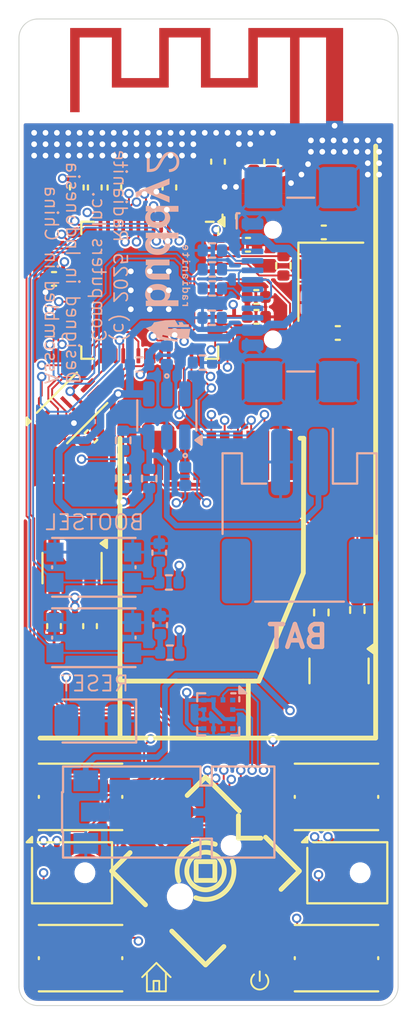
<source format=kicad_pcb>
(kicad_pcb (version 20241229) (generator "pcbnew") (generator_version "9.0")
  (layers (0 "F.Cu" signal) (4 "In1.Cu" signal) (6 "In2.Cu" signal) (2 "B.Cu" signal) (13 "F.Paste" user) (15 "B.Paste" user) (5 "F.SilkS" user "F.Silkscreen") (7 "B.SilkS" user "B.Silkscreen") (1 "F.Mask" user) (3 "B.Mask" user) (25 "Edge.Cuts" user))
  (net 0 "")
  (net 1 "GND")
  (net 2 "Net-(AE1-FEED)")
  (net 3 "+3V3")
  (net 4 "Net-(C3-Pad1)")
  (net 5 "/XIN")
  (net 6 "/XOUT")
  (net 7 "/BOOTSEL")
  (net 8 "/RESET")
  (net 9 "/ANT")
  (net 10 "Net-(U4-BP)")
  (net 11 "/USB_D+")
  (net 12 "/USB_D-")
  (net 13 "Net-(D2-A)")
  (net 14 "/CHRG")
  (net 15 "Net-(D3-K)")
  (net 16 "/DISPLAY_SCL")
  (net 17 "/DISPLAY_SDA")
  (net 18 "Net-(DP1-LEDK)")
  (net 19 "/DISPLAY_RES")
  (net 20 "/DISPLAY_RS")
  (net 23 "/DISPLAY_CS")
  (net 25 "Net-(J1-D+-PadA6)")
  (net 26 "VBUS")
  (net 27 "Net-(J1-D--PadA7)")
  (net 29 "Net-(J1-CC2)")
  (net 30 "Net-(J1-CC1)")
  (net 32 "Net-(J2-Pin_1)")
  (net 33 "Net-(Q1-E)")
  (net 34 "Net-(Q1-B)")
  (net 35 "/DISPLAY_BL")
  (net 36 "Net-(U3-PROG)")
  (net 37 "/BATTERY_ADC")
  (net 38 "/SW_UP")
  (net 39 "/SW_CENT")
  (net 40 "/SW_R")
  (net 41 "/SW_DOWN")
  (net 42 "/SW_L")
  (net 43 "/BUTTON_LEFT")
  (net 44 "/BUTTON_RIGHT")
  (net 45 "/BUTTON_HOME")
  (net 46 "/BUTTON_OPT_PWR")
  (net 48 "/FLASH_CS")
  (net 49 "/FLASH_CLK")
  (net 51 "Net-(M1-+)")
  (net 52 "/ACCEL_SDA")
  (net 55 "/ACCEL_SCL")
  (net 57 "/FLASH_WP")
  (net 58 "/FLASH_DI")
  (net 63 "/FLASH_DO")
  (net 66 "/FLASH_HD")
  (net 70 "Net-(D1-A)")
  (net 71 "/MIC1_SEL")
  (net 72 "/PDM_DAT")
  (net 73 "/PDM_CK")
  (net 74 "/MIC0_SEL")
  (footprint "Capacitor_SMD:C_0402_1005Metric" (layer "F.Cu") (at 85.1 31.42 90)
    (property "Reference" "C1" (hide yes))
    (property "Value" "10n" (hide yes))
  )
  (footprint "Button_Switch_SMD:SW_Push_1P1T_NO_Vertical_Wuerth_434133025816" (layer "F.Cu") (at 77.25 70.5)
    (property "Reference" "SW6" (hide yes))
    (property "Value" "SW_Push" (hide yes))
  )
  (footprint "Capacitor_SMD:C_0402_1005Metric" (layer "F.Cu") (at 81.935 29.88 -90)
    (property "Reference" "C3" (hide yes))
    (property "Value" "0.1u" (hide yes))
  )
  (footprint "Capacitor_SMD:C_0402_1005Metric" (layer "F.Cu") (at 75.85 34.7 180)
    (property "Reference" "C7" (hide yes))
    (property "Value" "0.1u" (hide yes))
  )
  (footprint "Button_Switch_SMD:SW_Push_1P1T_NO_Vertical_Wuerth_434133025816" (layer "F.Cu") (at 77.25 62)
    (property "Reference" "SW4" (hide yes))
    (property "Value" "SW_Push" (hide yes))
  )
  (footprint "Sensor_Audio:Infineon_PG-LLGA-5-1" (layer "F.Cu") (at 76.8 66)
    (property "Reference" "MK1" (hide yes))
    (property "Value" "IM69D120" (hide yes))
  )
  (footprint "RF_Antenna:Texas_SWRA117D_2.4GHz_Left" (layer "F.Cu") (at 88.55 26.625)
    (property "Reference" "AE1" (hide yes))
    (property "Value" "Antenna_Chip" (hide yes))
  )
  (footprint "Capacitor_SMD:C_0402_1005Metric" (layer "F.Cu") (at 77.749999 53 -90)
    (property "Reference" "C18" (hide yes))
    (property "Value" "2.2u" (hide yes))
  )
  (footprint "Misc:SW_Shouhan_MultiDirectional" (layer "F.Cu") (at 83.75 66 135)
    (property "Reference" "SW3" (hide yes))
    (property "Value" "~" (hide yes))
  )
  (footprint "Button_Switch_SMD:SW_Push_1P1T_NO_Vertical_Wuerth_434133025816" (layer "F.Cu") (at 90.75 70.5)
    (property "Reference" "SW7" (hide yes))
    (property "Value" "SW_Push" (hide yes))
  )
  (footprint "Resistor_SMD:R_0402_1005Metric" (layer "F.Cu") (at 87.95 34.009999 90)
    (property "Reference" "R1" (hide yes))
    (property "Value" "40" (hide yes))
  )
  (footprint "Inductor_SMD:L_0402_1005Metric" (layer "F.Cu") (at 85.900001 29)
    (property "Reference" "L2" (hide yes))
    (property "Value" "2.7n" (hide yes))
  )
  (footprint "Package_TO_SOT_SMD:SOT-23" (layer "F.Cu") (at 90.885 55.361248 -90)
    (property "Reference" "Q1" (hide yes))
    (property "Value" "SS8550" (hide yes))
  )
  (footprint "Capacitor_SMD:C_0402_1005Metric" (layer "F.Cu") (at 77.05 29.879999 -90)
    (property "Reference" "C6" (hide yes))
    (property "Value" "10u" (hide yes))
  )
  (footprint "Package_DFN_QFN:QFN-56-1EP_7x7mm_P0.4mm_EP4x4mm" (layer "F.Cu") (at 80.9 35.3 -90)
    (property "Reference" "U1" (hide yes))
    (property "Value" "ESP32-S3R8" (hide yes))
  )
  (footprint "Sensor_Audio:Infineon_PG-LLGA-5-1" (layer "F.Cu") (at 91.32 66)
    (property "Reference" "MK2" (hide yes))
    (property "Value" "IM69D120" (hide yes))
  )
  (footprint "Capacitor_SMD:C_0402_1005Metric" (layer "F.Cu") (at 79.035 29.885 -90)
    (property "Reference" "C4" (hide yes))
    (property "Value" "0.1u" (hide yes))
  )
  (footprint "Capacitor_SMD:C_0402_1005Metric" (layer "F.Cu") (at 78 29.88 -90)
    (property "Reference" "C5" (hide yes))
    (property "Value" "1u" (hide yes))
  )
  (footprint "Button_Switch_SMD:SW_Push_1P1T_NO_Vertical_Wuerth_434133025816" (layer "F.Cu") (at 90.75 62)
    (property "Reference" "SW5" (hide yes))
    (property "Value" "SW_Push" (hide yes))
  )
  (footprint "Resistor_SMD:R_0402_1005Metric" (layer "F.Cu") (at 91.85 52.15125 -90)
    (property "Reference" "R9" (hide yes))
    (property "Value" "1k" (hide yes))
  )
  (footprint "Capacitor_SMD:C_0402_1005Metric" (layer "F.Cu") (at 87.3 28.52 90)
    (property "Reference" "C16" (hide yes))
    (property "Value" "1.6p" (hide yes))
  )
  (footprint "Capacitor_SMD:C_0402_1005Metric" (layer "F.Cu") (at 90.82 37.55 180)
    (property "Reference" "C12" (hide yes))
    (property "Value" "24pF" (hide yes))
  )
  (footprint "Capacitor_SMD:C_0402_1005Metric" (layer "F.Cu") (at 86.08 32.9)
    (property "Reference" "C2" (hide yes))
    (property "Value" "1u" (hide yes))
  )
  (footprint "Capacitor_SMD:C_0402_1005Metric" (layer "F.Cu") (at 90.08 32.25)
    (property "Reference" "C11" (hide yes))
    (property "Value" "24pF" (hide yes))
  )
  (footprint "Package_SON:Winbond_USON-8-1EP_3x2mm_P0.5mm_EP0.2x1.6mm" (layer "F.Cu") (at 76.8 41.5 45)
    (property "Reference" "U2" (hide yes))
    (property "Value" "W25Q128JVS" (hide yes))
  )
  (footprint "Capacitor_SMD:C_0402_1005Metric" (layer "F.Cu") (at 86.52 35.65)
    (property "Reference" "C9" (hide yes))
    (property "Value" "1u" (hide yes))
  )
  (footprint "Capacitor_SMD:C_0402_1005Metric" (layer "F.Cu") (at 86.53 36.7)
    (property "Reference" "C8" (hide yes))
    (property "Value" "0.1u" (hide yes))
  )
  (footprint "Resistor_SMD:R_0402_1005Metric" (layer "F.Cu") (at 89.95 52.28125 90)
    (property "Reference" "R8" (hide yes))
    (property "Value" "20" (hide yes))
  )
  (footprint "Capacitor_SMD:C_0402_1005Metric" (layer "F.Cu") (at 77.8 43 -135)
    (property "Reference" "C10" (hide yes))
    (property "Value" "0.1u" (hide yes))
  )
  (footprint "Crystal:Crystal_SMD_3225-4Pin_3.2x2.5mm" (layer "F.Cu") (at 90.45 34.85 -90)
    (property "Reference" "Y1" (hide yes))
    (property "Value" "40MHz" (hide yes))
  )
  (footprint "Capacitor_SMD:C_0402_1005Metric" (layer "F.Cu") (at 84.5 28.52 90)
    (property "Reference" "C15" (hide yes))
    (property "Value" "1.6p" (hide yes))
  )
  (footprint "Misc:N114-2413THBIG01-H13" (layer "F.Cu") (at 84.316 43.9)
    (property "Reference" "DP1" (hide yes))
    (property "Value" "~" (hide yes))
  )
  (footprint "Package_TO_SOT_SMD:SOT-23-5" (layer "F.Cu") (at 76.8 49.942502 -90)
    (property "Reference" "U4" (hide yes))
    (property "Value" "MIC5205-3.3YM5" (hide yes))
  )
  (footprint "Inductor_SMD:L_0402_1005Metric" (layer "F.Cu") (at 80.5 29.4)
    (property "Reference" "L1" (hide yes))
    (property "Value" "2n" (hide yes))
  )
  (footprint "Capacitor_SMD:C_0402_1005Metric" (layer "F.Cu") (at 75.849999 52.999999 -90)
    (property "Reference" "C17" (hide yes))
    (property "Value" "470p" (hide yes))
  )
  (footprint "Resistor_SMD:R_0402_1005Metric" (layer "B.Cu") (at 84.2 35.2 180)
    (property "Reference" "R5" (hide yes))
    (property "Value" "27" (hide yes))
  )
  (footprint "Connector_USB:USB_C_Receptacle_GCT_USB4110" (layer "B.Cu") (at 90 35 -90)
    (property "Reference" "J1" (hide yes))
    (property "Value" "USB_C_Receptacle_USB2.0_16P" (hide yes))
  )
  (footprint "Package_TO_SOT_SMD:TSOT-23-6" (layer "B.Cu") (at 81.8 41.9 90)
    (property "Reference" "U3" (hide yes))
    (property "Value" "TP4057" (hide yes))
  )
  (footprint "LED_SMD:LED_0402_1005Metric" (layer "B.Cu") (at 82.77 45.1 -90)
    (property "Reference" "D2" (hide yes))
    (property "Value" "RED" (hide yes))
  )
  (footprint "Button_Switch_SMD:SW_Push_1P1T_NO_CK_KMR2" (layer "B.Cu") (at 77.95 49.9 180)
    (property "Reference" "SW1" (hide yes))
    (property "Value" "BOOTSEL" (hide yes))
  )
  (footprint "Resistor_SMD:R_0402_1005Metric" (layer "B.Cu") (at 84.2 34.2 180)
    (property "Reference" "R4" (hide yes))
    (property "Value" "27" (hide yes))
  )
  (footprint "LOGO" (layer "B.Cu") (at 81.6 33 90)
    (property "Reference" "G***" (hide yes))
    (property "Value" "LOGO" (hide yes))
  )
  (footprint "Resistor_SMD:R_0402_1005Metric" (layer "B.Cu") (at 81.96 54.4 180)
    (property "Reference" "R7" (hide yes))
    (property "Value" "10k" (hide yes))
  )
  (footprint "Button_Switch_SMD:SW_Push_1P1T_NO_CK_KMR2" (layer "B.Cu") (at 77.95 53.61 180)
    (property "Reference" "SW2" (hide yes))
    (property "Value" "RESET" (hide yes))
  )
  (footprint "Resistor_SMD:R_0402_1005Metric" (layer "B.Cu") (at 83.68 39.11119)
    (property "Reference" "R11" (hide yes))
    (property "Value" "1k5" (hide yes))
  )
  (footprint "Resistor_SMD:R_0402_1005Metric" (layer "B.Cu") (at 84.2 33.2 180)
    (property "Reference" "R2" (hide yes))
    (property "Value" "5.1k" (hide yes))
  )
  (footprint "Resistor_SMD:R_0402_1005Metric" (layer "B.Cu") (at 80.87 45.22119 90)
    (property "Reference" "R10" (hide yes))
    (property "Value" "5k" (hide yes))
  )
  (footprint "Capacitor_SMD:C_0402_1005Metric" (layer "B.Cu") (at 81.45 52.95 90)
    (property "Reference" "C14" (hide yes))
    (property "Value" "1u" (hide yes))
  )
  (footprint "Resistor_SMD:R_0402_1005Metric" (layer "B.Cu") (at 84.19 36.75 180)
    (property "Reference" "R3" (hide yes))
    (property "Value" "5.1k" (hide yes))
  )
  (footprint "LED_SMD:LED_0402_1005Metric" (layer "B.Cu") (at 81.8 38.726189 90)
    (property "Reference" "D3" (hide yes))
    (property "Value" "GREEN" (hide yes))
  )
  (footprint "LED_SMD:LED_1206_3216Metric" (layer "B.Cu") (at 77.9 58 180)
    (property "Reference" "D1" (hide yes))
    (property "Value" "IR26-21C_L110_TR8" (hide yes))
  )
  (footprint "Resistor_SMD:R_0402_1005Metric" (layer "B.Cu") (at 81.91 50.7 180)
    (property "Reference" "R6" (hide yes))
    (property "Value" "10k" (hide yes))
  )
  (footprint "Motors:Vybronics_VZ30C1T8219732L" (layer "B.Cu") (at 81.875 62.8 -90)
    (property "Reference" "M1" (hide yes))
    (property "Value" "Vibration" (hide yes))
  )
  (footprint "Connector_JST:JST_PH_S2B-PH-SM4-TB_1x02-1MP_P2.00mm_Horizontal" (layer "B.Cu") (at 88.8 47.2 180)
    (property "Reference" "J2" (hide yes))
    (property "Value" "Conn_01x02" (hide yes))
  )
  (footprint "Resistor_SMD:R_0402_1005Metric" (layer "B.Cu") (at 79.5 43.209999 90)
    (property "Reference" "R13" (hide yes))
    (property "Value" "44k" (hide yes))
  )
  (footprint "Resistor_SMD:R_0402_1005Metric" (layer "B.Cu") (at 79.5 45.209999 90)
    (property "Reference" "R14" (hide yes))
    (property "Value" "44k" (hide yes))
  )
  (footprint "Resistor_SMD:R_0402_1005Metric" (layer "B.Cu") (at 80.360001 39.21119 180)
    (property "Reference" "R12" (hide yes))
    (property "Value" "1k" (hide yes))
  )
  (footprint "Capacitor_SMD:C_0402_1005Metric" (layer "B.Cu") (at 81.4 49.13 90)
    (property "Reference" "C13" (hide yes))
    (property "Value" "1u" (hide yes))
  )
  (footprint "Package_LGA:Kionix_LGA-12_2x2mm_P0.5mm_LayoutBorder2x4y" (layer "B.Cu") (at 84.5125 57.65 180)
    (property "Reference" "U5" (hide yes))
    (property "Value" "KXTJ3-1057" (hide yes))
  )
  (gr_line (start 81.25 70.75) (end 82 71.5) (stroke (width 0.1)) (layer "F.SilkS"))
  (gr_arc (start 87.021224 71.378776) (mid 86.685451 72.154046) (end 86.4 71.358869) (stroke (width 0.1)) (layer "F.SilkS"))
  (gr_line (start 86.7 71.2) (end 86.7 71.7) (stroke (width 0.1)) (layer "F.SilkS"))
  (gr_line (start 81.1 71.7) (end 81.4 71.7) (stroke (width 0.1)) (layer "F.SilkS"))
  (gr_line (start 80.75 72.25) (end 81.75 72.25) (stroke (width 0.1)) (layer "F.SilkS"))
  (gr_line (start 80.5 71.5) (end 81.25 70.75) (stroke (width 0.1)) (layer "F.SilkS"))
  (gr_line (start 80.75 71.25) (end 80.75 72.25) (stroke (width 0.1)) (layer "F.SilkS"))
  (gr_line (start 81.75 71.25) (end 81.75 72.25) (stroke (width 0.1)) (layer "F.SilkS"))
  (gr_line (start 81.1 72.2) (end 81.1 71.7) (stroke (width 0.1)) (layer "F.SilkS"))
  (gr_line (start 81.4 71.7) (end 81.4 72.2) (stroke (width 0.1)) (layer "F.SilkS"))
  (gr_arc (start 75 73) (mid 74.292893 72.707107) (end 74 72) (stroke (width 0.05)) (layer "Edge.Cuts"))
  (gr_line (start 74 72) (end 74 22) (stroke (width 0.05)) (layer "Edge.Cuts"))
  (gr_arc (start 93 21) (mid 93.707107 21.292893) (end 94 22) (stroke (width 0.05)) (layer "Edge.Cuts"))
  (gr_line (start 93 73) (end 75 73) (stroke (width 0.05)) (layer "Edge.Cuts"))
  (gr_arc (start 94 72) (mid 93.707107 72.707107) (end 93 73) (stroke (width 0.05)) (layer "Edge.Cuts"))
  (gr_arc (start 74 22) (mid 74.292893 21.292893) (end 75 21) (stroke (width 0.05)) (layer "Edge.Cuts"))
  (gr_line (start 75 21) (end 93 21) (stroke (width 0.05)) (layer "Edge.Cuts"))
  (gr_line (start 94 22) (end 94 72) (stroke (width 0.05)) (layer "Edge.Cuts"))
  (gr_text "Designed in Indonesia\nAssembled in China" (at 75.3 40.3 270) (layer "B.SilkS") (effects (font (size 0.7 0.7) (thickness 0.0875)) (justify left bottom mirror)))
  (gr_text "RESET" (at 78 56.5 0) (layer "B.SilkS") (effects (font (size 0.8 0.8) (thickness 0.1)) (justify bottom mirror)))
  (gr_text "BAT" (at 88.7 54.25 0) (layer "B.SilkS") (effects (font (size 1.2 1.2) (thickness 0.24) (bold yes)) (justify bottom mirror)))
  (gr_text "(c) 2025 Radianite\nComputers Inc." (at 77.8 38.1 270) (layer "B.SilkS") (effects (font (size 0.7 0.7) (thickness 0.0875)) (justify left bottom mirror)))
  (gr_text "BOOTSEL" (at 78 48 0) (layer "B.SilkS") (effects (font (size 0.8 0.8) (thickness 0.1)) (justify bottom mirror)))
  (segment (start 78.41 65.19) (end 78.7 64.9) (width 0.1) (layer "F.Cu") (net 1))
  (segment (start 92.59 64.6) (end 92.6 64.6) (width 0.1) (layer "F.Cu") (net 1))
  (segment (start 92 65.19) (end 92.59 64.6) (width 0.1) (layer "F.Cu") (net 1))
  (segment (start 77.48 65.19) (end 78.41 65.19) (width 0.1) (layer "F.Cu") (net 1))
  (via (at 91.2 28) (size 0.5) (drill 0.3) (layers "F.Cu" "B.Cu") (net 1))
  (via (at 76.6 28.2) (size 0.5) (drill 0.3) (layers "F.Cu" "B.Cu") (net 1))
  (via (at 80.8 28.2) (size 0.5) (drill 0.3) (layers "F.Cu" "B.Cu") (net 1))
  (via (at 92.4 27.4) (size 0.5) (drill 0.3) (layers "F.Cu" "B.Cu") (net 1))
  (via (at 76.6 27.6) (size 0.5) (drill 0.3) (layers "F.Cu" "B.Cu") (net 1))
  (via (at 90 27.4) (size 0.5) (drill 0.3) (layers "F.Cu" "B.Cu") (net 1))
  (via (at 83.2 28.2) (size 0.5) (drill 0.3) (layers "F.Cu" "B.Cu") (net 1))
  (via (at 93 27.4) (size 0.5) (drill 0.3) (layers "F.Cu" "B.Cu") (net 1))
  (via (at 81.8 31.05) (size 0.5) (drill 0.3) (layers "F.Cu" "B.Cu") (net 1))
  (via (at 78.4 28.2) (size 0.5) (drill 0.3) (layers "F.Cu" "B.Cu") (net 1))
  (via (at 79.9 35.3) (size 0.5) (drill 0.3) (layers "F.Cu" "B.Cu") (net 1))
  (via (at 85 27) (size 0.5) (drill 0.3) (layers "F.Cu" "B.Cu") (net 1))
  (via (at 80.2 28.2) (size 0.5) (drill 0.3) (layers "F.Cu" "B.Cu") (net 1))
  (via (at 75.4 27) (size 0.5) (drill 0.3) (layers "F.Cu" "B.Cu") (net 1))
  (via (at 82.6 27.6) (size 0.5) (drill 0.3) (layers "F.Cu" "B.Cu") (net 1))
  (via (at 79.9 34.3) (size 0.5) (drill 0.3) (layers "F.Cu" "B.Cu") (net 1))
  (via (at 81.4 27.6) (size 0.5) (drill 0.3) (layers "F.Cu" "B.Cu") (net 1))
  (via (at 79.9 36.3) (size 0.5) (drill 0.3) (layers "F.Cu" "B.Cu") (net 1))
  (via (at 80.9 36.3) (size 0.5) (drill 0.3) (layers "F.Cu" "B.Cu") (net 1))
  (via (at 80.9 35.3) (size 0.5) (drill 0.3) (layers "F.Cu" "B.Cu") (net 1))
  (via (at 77.2 27.6) (size 0.5) (drill 0.3) (layers "F.Cu" "B.Cu") (net 1))
  (via (at 83.2 27.6) (size 0.5) (drill 0.3) (layers "F.Cu" "B.Cu") (net 1))
  (via (at 89.25 28.65) (size 0.5) (drill 0.3) (layers "F.Cu" "B.Cu") (net 1))
  (via (at 77.2 28.2) (size 0.5) (drill 0.3) (layers "F.Cu" "B.Cu") (net 1))
  (via (at 74.8 28.2) (size 0.5) (drill 0.3) (layers "F.Cu" "B.Cu") (net 1))
  (via (at 82.6 28.2) (size 0.5) (drill 0.3) (layers "F.Cu" "B.Cu") (net 1))
  (via (at 77.8 28.2) (size 0.5) (drill 0.3) (layers "F.Cu" "B.Cu") (net 1))
  (via (at 74.8 27) (size 0.5) (drill 0.3) (layers "F.Cu" "B.Cu") (net 1))
  (via (at 76 27) (size 0.5) (drill 0.3) (layers "F.Cu" "B.Cu") (net 1))
  (via (at 91.8 28) (size 0.5) (drill 0.3) (layers "F.Cu" "B.Cu") (net 1))
  (via (at 76.9 42.3) (size 0.5) (drill 0.3) (layers "F.Cu" "B.Cu") (net 1))
  (via (at 91.8 27.4) (size 0.5) (drill 0.3) (layers "F.Cu" "B.Cu") (net 1))
  (via (at 92.4 28.6) (size 0.5) (drill 0.3) (layers "F.Cu" "B.Cu") (net 1))
  (via (at 92.4 28) (size 0.5) (drill 0.3) (layers "F.Cu" "B.Cu") (net 1))
  (via (at 87.4 27) (size 0.5) (drill 0.3) (layers "F.Cu" "B.Cu") (net 1))
  (via (at 84.4 27) (size 0.5) (drill 0.3) (layers "F.Cu" "B.Cu") (net 1))
  (via (at 90.6 27.4) (size 0.5) (drill 0.3) (layers "F.Cu" "B.Cu") (net 1))
  (via (at 79 27) (size 0.5) (drill 0.3) (layers "F.Cu" "B.Cu") (net 1))
  (via (at 80.9 34.3) (size 0.5) (drill 0.3) (layers "F.Cu" "B.Cu") (net 1))
  (via (at 91.2 27.4) (size 0.5) (drill 0.3) (layers "F.Cu" "B.Cu") (net 1))
  (via (at 88.9 29.2) (size 0.5) (drill 0.3) (layers "F.Cu" "B.Cu") (net 1))
  (via (at 85.6 27.6) (size 0.5) (drill 0.3) (layers "F.Cu" "B.Cu") (net 1))
  (via (at 84.85 29.85) (size 0.5) (drill 0.3) (layers "F.Cu" "B.Cu") (net 1))
  (via (at 81.25 30.1) (size 0.5) (drill 0.3) (layers "F.Cu" "B.Cu") (net 1))
  (via (at 90.6 28) (size 0.5) (drill 0.3) (layers "F.Cu" "B.Cu") (net 1))
  (via (at 81.9 34.3) (size 0.5) (drill 0.3) (layers "F.Cu" "B.Cu") (net 1))
  (via (at 82 27.6) (size 0.5) (drill 0.3) (layers "F.Cu" "B.Cu") (net 1))
  (via (at 77.2 27) (size 0.5) (drill 0.3) (layers "F.Cu" "B.Cu") (net 1))
  (via (at 79 28.2) (size 0.5) (drill 0.3) (layers "F.Cu" "B.Cu") (net 1))
  (via (at 83.8 27) (size 0.5) (drill 0.3) (layers "F.Cu" "B.Cu") (net 1))
  (via (at 92.4 29.2) (size 0.5) (drill 0.3) (layers "F.Cu" "B.Cu") (net 1))
  (via (at 78.4 27) (size 0.5) (drill 0.3) (layers "F.Cu" "B.Cu") (net 1))
  (via (at 83.2 27) (size 0.5) (drill 0.3) (layers "F.Cu" "B.Cu") (net 1))
  (via (at 82 27) (size 0.5) (drill 0.3) (layers "F.Cu" "B.Cu") (net 1))
  (via (at 75.4 27.6) (size 0.5) (drill 0.3) (layers "F.Cu" "B.Cu") (net 1))
  (via (at 86.2 27.6) (size 0.5) (drill 0.3) (layers "F.Cu" "B.Cu") (net 1))
  (via (at 81.4 28.2) (size 0.5) (drill 0.3) (layers "F.Cu" "B.Cu") (net 1))
  (via (at 82 28.2) (size 0.5) (drill 0.3) (layers "F.Cu" "B.Cu") (net 1))
  (via (at 76 27.6) (size 0.5) (drill 0.3) (layers "F.Cu" "B.Cu") (net 1))
  (via (at 85.6 27) (size 0.5) (drill 0.3) (layers "F.Cu" "B.Cu") (net 1))
  (via (at 79.6 27.6) (size 0.5) (drill 0.3) (layers "F.Cu" "B.Cu") (net 1))
  (via (at 76.6 27) (size 0.5) (drill 0.3) (layers "F.Cu" "B.Cu") (net 1))
  (via (at 81.9 36.3) (size 0.5) (drill 0.3) (layers "F.Cu" "B.Cu") (net 1))
  (via (at 74.8 27.6) (size 0.5) (drill 0.3) (layers "F.Cu" "B.Cu") (net 1))
  (via (at 82.6 27) (size 0.5) (drill 0.3) (layers "F.Cu" "B.Cu") (net 1))
  (via (at 78.4 27.6) (size 0.5) (drill 0.3) (layers "F.Cu" "B.Cu") (net 1))
  (via (at 93 28.6) (size 0.5) (drill 0.3) (layers "F.Cu" "B.Cu") (net 1))
  (via (at 81.9 35.3) (size 0.5) (drill 0.3) (layers "F.Cu" "B.Cu") (net 1))
  (via (at 86.2 27) (size 0.5) (drill 0.3) (layers "F.Cu" "B.Cu") (net 1))
  (via (at 77.8 27.6) (size 0.5) (drill 0.3) (layers "F.Cu" "B.Cu") (net 1))
  (via (at 75.4 35.4) (size 0.5) (drill 0.3) (layers "F.Cu" "B.Cu") (net 1))
  (via (at 81.4 27) (size 0.5) (drill 0.3) (layers "F.Cu" "B.Cu") (net 1))
  (via (at 80.2 27) (size 0.5) (drill 0.3) (layers "F.Cu" "B.Cu") (net 1))
  (via (at 77.8 27) (size 0.5) (drill 0.3) (layers "F.Cu" "B.Cu") (net 1))
  (via (at 78.994468 27.609608) (size 0.5) (drill 0.3) (layers "F.Cu" "B.Cu") (net 1))
  (via (at 80.2 27.6) (size 0.5) (drill 0.3) (layers "F.Cu" "B.Cu") (net 1))
  (via (at 89.4 28) (size 0.5) (drill 0.3) (layers "F.Cu" "B.Cu") (net 1))
  (via (at 90 28) (size 0.5) (drill 0.3) (layers "F.Cu" "B.Cu") (net 1))
  (via (at 80.8 27) (size 0.5) (drill 0.3) (layers "F.Cu" "B.Cu") (net 1))
  (via (at 86.8 27) (size 0.5) (drill 0.3) (layers "F.Cu" "B.Cu") (net 1))
  (via (at 85.45 29.85) (size 0.5) (drill 0.3) (layers "F.Cu" "B.Cu") (net 1))
  (via (at 93 28) (size 0.5) (drill 0.3) (layers "F.Cu" "B.Cu") (net 1))
  (via (at 93 29.2) (size 0.5) (drill 0.3) (layers "F.Cu" "B.Cu") (net 1))
  (via (at 75.4 28.2) (size 0.5) (drill 0.3) (layers "F.Cu" "B.Cu") (net 1))
  (via (at 79.6 28.2) (size 0.5) (drill 0.3) (layers "F.Cu" "B.Cu") (net 1))
  (via (at 79.6 27) (size 0.5) (drill 0.3) (layers "F.Cu" "B.Cu") (net 1))
  (via (at 88.35 29.65) (size 0.5) (drill 0.3) (layers "F.Cu" "B.Cu") (net 1))
  (via (at 89.4 27.4) (size 0.5) (drill 0.3) (layers "F.Cu" "B.Cu") (net 1))
  (via (at 76 28.2) (size 0.5) (drill 0.3) (layers "F.Cu" "B.Cu") (net 1))
  (via (at 80.8 27.6) (size 0.5) (drill 0.3) (layers "F.Cu" "B.Cu") (net 1))
  (segment (start 88.55 28.03934) (end 88.55 26.625) (width 0.3) (layer "F.Cu") (net 2))
  (segment (start 88.11967 28.78033) (end 88.33033 28.56967) (width 0.3) (layer "F.Cu") (net 2))
  (segment (start 86.385001 29) (end 87.58934 29) (width 0.3) (layer "F.Cu") (net 2))
  (arc (start 87.58934 29) (mid 87.876353 28.94291) (end 88.11967 28.78033) (width 0.3) (layer "F.Cu") (net 2))
  (arc (start 88.55 28.03934) (mid 88.49291 28.326353) (end 88.33033 28.56967) (width 0.3) (layer "F.Cu") (net 2))
  (segment (start 84.35 32.7) (end 84.349999 33.1) (width 0.2) (layer "F.Cu") (net 3))
  (segment (start 80.015 29.4) (end 77.05 29.399999) (width 0.3) (layer "F.Cu") (net 3))
  (segment (start 77.05 29.399999) (end 76.3 29.4) (width 0.3) (layer "F.Cu") (net 3))
  (segment (start 86.05 36.7) (end 85.35 36.7) (width 0.2) (layer "F.Cu") (net 3))
  (segment (start 85.1 33.1) (end 84.349999 33.1) (width 0.2) (layer "F.Cu") (net 3))
  (segment (start 76.949999 51.980001) (end 76.949997 51.480004) (width 0.3) (layer "F.Cu") (net 3))
  (segment (start 84.35 32.7) (end 84.35 32.15) (width 0.2) (layer "F.Cu") (net 3))
  (segment (start 80.95 42.2) (end 81.65 42.2) (width 0.3) (layer "F.Cu") (net 3))
  (segment (start 77.277297 39.962043) (end 77.277297 40.047703) (width 0.2) (layer "F.Cu") (net 3))
  (segment (start 86.05 36.7) (end 86.05 35.66) (width 0.3) (layer "F.Cu") (net 3))
  (segment (start 90.52 64.32) (end 90.3 64.1) (width 0.3) (layer "F.Cu") (net 3))
  (segment (start 85.3 32.9) (end 85.1 33.1) (width 0.2) (layer "F.Cu") (net 3))
  (segment (start 76.33 34.7) (end 77.450001 34.7) (width 0.2) (layer "F.Cu") (net 3))
  (segment (start 77.277297 40.047703) (end 76.7 40.625) (width 0.2) (layer "F.Cu") (net 3))
  (segment (start 85.1 32.4) (end 85.1 31.9) (width 0.2) (layer "F.Cu") (net 3))
  (segment (start 84.35 32.15) (end 84.4 32.1) (width 0.2) (layer "F.Cu") (net 3))
  (segment (start 76.33 33.87) (end 76.4 33.8) (width 0.2) (layer "F.Cu") (net 3))
  (segment (start 80.65 44) (end 80.65 42.5) (width 0.3) (layer "F.Cu") (net 3))
  (segment (start 81.65 42.2) (end 82.05 42.6) (width 0.3) (layer "F.Cu") (net 3))
  (segment (start 79.7231 46.45) (end 80.65 45.5231) (width 0.3) (layer "F.Cu") (net 3))
  (segment (start 84.8 32.7) (end 85.1 32.4) (width 0.2) (layer "F.Cu") (net 3))
  (segment (start 76.33 34.7) (end 76.33 33.87) (width 0.2) (layer "F.Cu") (net 3))
  (segment (start 82.05 42.6) (end 82.05 44) (width 0.3) (layer "F.Cu") (net 3))
  (segment (start 78.139411 42.064411) (end 78.139411 42.660589) (width 0.2) (layer "F.Cu") (net 3))
  (segment (start 85.35 36.1) (end 85.3 36.05) (width 0.2) (layer "F.Cu") (net 3))
  (segment (start 77.749999 51.08) (end 77.749998 52.520001) (width 0.3) (layer "F.Cu") (net 3))
  (segment (start 80.65 42.5) (end 80.95 42.2) (width 0.3) (layer "F.Cu") (net 3))
  (segment (start 80.65 45.5231) (end 80.65 44) (width 0.3) (layer "F.Cu") (net 3))
  (segment (start 76 65.15) (end 76 64.3) (width 0.3) (layer "F.Cu") (net 3))
  (segment (start 77.749998 52.520001) (end 77.190001 52.52) (width 0.3) (layer "F.Cu") (net 3))
  (segment (start 78.3 38.93934) (end 77.277297 39.962043) (width 0.2) (layer "F.Cu") (net 3))
  (segment (start 78.3 38.75) (end 78.3 38.93934) (width 0.2) (layer "F.Cu") (net 3))
  (segment (start 85.35 36.7) (end 84.35 36.7) (width 0.2) (layer "F.Cu") (net 3))
  (segment (start 76.949997 52.280002) (end 76.949999 51.980001) (width 0.3) (layer "F.Cu") (net 3))
  (segment (start 77.190001 52.52) (end 76.949997 52.280002) (width 0.3) (layer "F.Cu") (net 3))
  (segment (start 85.35 36.7) (end 85.35 36.1) (width 0.2) (layer "F.Cu") (net 3))
  (segment (start 85.6 32.9) (end 85.3 32.9) (width 0.2) (layer "F.Cu") (net 3))
  (segment (start 79.5 46.45) (end 79.7231 46.45) (width 0.3) (layer "F.Cu") (net 3))
  (segment (start 76.7 40.625) (end 78.139411 42.064411) (width 0.2) (layer "F.Cu") (net 3))
  (segment (start 84.35 32.7) (end 84.8 32.7) (width 0.2) (layer "F.Cu") (net 3))
  (segment (start 90.52 65.15) (end 90.52 64.32) (width 0.3) (layer "F.Cu") (net 3))
  (segment (start 86.05 35.66) (end 86.04 35.65) (width 0.3) (layer "F.Cu") (net 3))
  (via (at 76.4 33.8) (size 0.5) (drill 0.3) (layers "F.Cu" "B.Cu") (net 3))
  (via (at 76.3 29.4) (size 0.5) (drill 0.3) (layers "F.Cu" "B.Cu") (net 3))
  (via (at 90.3 64.1) (size 0.5) (drill 0.3) (layers "F.Cu" "B.Cu") (net 3))
  (via (at 84.4 32.1) (size 0.5) (drill 0.3) (layers "F.Cu" "B.Cu") (net 3))
  (via (at 82.45 53.2) (size 0.5) (drill 0.3) (layers "F.Cu" "B.Cu") (net 3))
  (via (at 76.7 40.625) (size 0.5) (drill 0.3) (layers "F.Cu" "B.Cu") (net 3))
  (via (at 76.949997 51.480004) (size 0.5) (drill 0.3) (layers "F.Cu" "B.Cu") (net 3))
  (via (at 76 64.3) (size 0.5) (drill 0.3) (layers "F.Cu" "B.Cu") (net 3))
  (via (at 85.3 36.05) (size 0.5) (drill 0.3) (layers "F.Cu" "B.Cu") (net 3))
  (via (at 79.5 46.45) (size 0.5) (drill 0.3) (layers "F.Cu" "B.Cu") (net 3))
  (via (at 82.85 56.5) (size 0.5) (drill 0.3) (layers "F.Cu" "B.Cu") (net 3))
  (via (at 82.45 49.8) (size 0.5) (drill 0.3) (layers "F.Cu" "B.Cu") (net 3))
  (via (at 76.949999 51.980001) (size 0.5) (drill 0.3) (layers "F.Cu" "B.Cu") (net 3))
  (segment (start 82.47 53.22) (end 82.45 53.2) (width 0.3) (layer "B.Cu") (net 3))
  (segment (start 82.85 56.9) (end 82.85 56.5) (width 0.2) (layer "B.Cu") (net 3))
  (segment (start 84.25 56.9) (end 84.2625 56.8875) (width 0.2) (layer "B.Cu") (net 3))
  (segment (start 84.2625 57.3125) (end 84.2625 56.8875) (width 0.2) (layer "B.Cu") (net 3))
  (segment (start 84.85 57.9) (end 84.2625 57.3125) (width 0.2) (layer "B.Cu") (net 3))
  (segment (start 82.85 56.9) (end 83.75 56.9) (width 0.2) (layer "B.Cu") (net 3))
  (segment (start 82.42 50.7) (end 82.42 49.83) (width 0.3) (layer "B.Cu") (net 3))
  (segment (start 85.275 57.9) (end 84.85 57.9) (width 0.2) (layer "B.Cu") (net 3))
  (segment (start 82.85 58.1) (end 82.85 56.9) (width 0.2) (layer "B.Cu") (net 3))
  (segment (start 83.75 58.4) (end 83.15 58.4) (width 0.2) (layer "B.Cu") (net 3))
  (segment (start 82.47 54.4) (end 82.47 53.22) (width 0.3) (layer "B.Cu") (net 3))
  (segment (start 83.75 56.9) (end 84.25 56.9) (width 0.2) (layer "B.Cu") (net 3))
  (segment (start 83.15 58.4) (end 82.85 58.1) (width 0.2) (layer "B.Cu") (net 3))
  (segment (start 82.42 49.83) (end 82.45 49.8) (width 0.3) (layer "B.Cu") (net 3))
  (segment (start 82.7 31.85) (end 82.7 29.75) (width 0.2) (layer "F.Cu") (net 4))
  (segment (start 80.985 29.4) (end 81.935 29.4) (width 0.2) (layer "F.Cu") (net 4))
  (segment (start 82.7 29.75) (end 82.35 29.4) (width 0.2) (layer "F.Cu") (net 4))
  (segment (start 82.35 29.4) (end 81.935 29.4) (width 0.2) (layer "F.Cu") (net 4))
  (segment (start 83.1 31.850001) (end 82.7 31.85) (width 0.2) (layer "F.Cu") (net 4))
  (segment (start 89.35 33.5) (end 89.6 33.75) (width 0.1) (layer "F.Cu") (net 5))
  (segment (start 89.6 32.25) (end 89.6 33.75) (width 0.1) (layer "F.Cu") (net 5))
  (segment (start 84.35 33.5) (end 87.95 33.5) (width 0.1) (layer "F.Cu") (net 5))
  (segment (start 87.95 33.5) (end 89.35 33.5) (width 0.1) (layer "F.Cu") (net 5))
  (segment (start 86.669998 34.519998) (end 87.95 34.519998) (width 0.1) (layer "F.Cu") (net 6))
  (segment (start 87.95 34.519998) (end 88.419998 34.519998) (width 0.1) (layer "F.Cu") (net 6))
  (segment (start 91.3 37.55) (end 91.3 35.95) (width 0.1) (layer "F.Cu") (net 6))
  (segment (start 88.75 34.85) (end 90.2 34.85) (width 0.1) (layer "F.Cu") (net 6))
  (segment (start 84.35 33.9) (end 86.05 33.9) (width 0.1) (layer "F.Cu") (net 6))
  (segment (start 86.05 33.9) (end 86.669998 34.519998) (width 0.1) (layer "F.Cu") (net 6))
  (segment (start 88.419998 34.519998) (end 88.75 34.85) (width 0.1) (layer "F.Cu") (net 6))
  (segment (start 90.2 34.85) (end 91.3 35.95) (width 0.1) (layer "F.Cu") (net 6))
  (segment (start 81.9 32.650003) (end 81.850003 32.7) (width 0.1) (layer "F.Cu") (net 7))
  (segment (start 81.9 31.85) (end 81.9 32.650003) (width 0.1) (layer "F.Cu") (net 7))
  (via (at 81.850003 32.7) (size 0.5) (drill 0.3) (layers "F.Cu" "B.Cu") (net 7))
  (segment (start 81.850003 32.7) (end 81.150003 32) (width 0.1) (layer "B.Cu") (net 7))
  (segment (start 75.9 50.7) (end 74.748 49.548) (width 0.1) (layer "B.Cu") (net 7))
  (segment (start 75.75 33.75) (end 74.748 34.752) (width 0.1) (layer "B.Cu") (net 7))
  (segment (start 74.748 34.752) (end 74.748 40.9) (width 0.1) (layer "B.Cu") (net 7))
  (segment (start 75.9 50.7) (end 80 50.7) (width 0.1) (layer "B.Cu") (net 7))
  (segment (start 74.748 48.9) (end 74.748 40.7) (width 0.1) (layer "B.Cu") (net 7))
  (segment (start 81.150003 32) (end 79.45 32) (width 0.1) (layer "B.Cu") (net 7))
  (segment (start 79.45 32) (end 77.5 32) (width 0.1) (layer "B.Cu") (net 7))
  (segment (start 74.748 49.548) (end 74.748 48.9) (width 0.1) (layer "B.Cu") (net 7))
  (segment (start 80 50.7) (end 81.4 50.7) (width 0.3) (layer "B.Cu") (net 7))
  (segment (start 77.5 32) (end 75.75 33.75) (width 0.1) (layer "B.Cu") (net 7))
  (segment (start 81.4 49.61) (end 81.4 50.7) (width 0.3) (layer "B.Cu") (net 7))
  (segment (start 82.3 32.549994) (end 82.450006 32.7) (width 0.1) (layer "F.Cu") (net 8))
  (segment (start 82.3 31.85) (end 82.3 32.549994) (width 0.1) (layer "F.Cu") (net 8))
  (via (at 82.450006 32.7) (size 0.5) (drill 0.3) (layers "F.Cu" "B.Cu") (net 8))
  (segment (start 74.547 53.057) (end 75.9 54.41) (width 0.1) (layer "B.Cu") (net 8))
  (segment (start 80 54.41) (end 81.44 54.41) (width 0.3) (layer "B.Cu") (net 8))
  (segment (start 77.416743 31.799) (end 74.547 34.668744) (width 0.1) (layer "B.Cu") (net 8))
  (segment (start 82.450006 32.7) (end 81.549006 31.799) (width 0.1) (layer "B.Cu") (net 8))
  (segment (start 81.549006 31.799) (end 77.416743 31.799) (width 0.1) (layer "B.Cu") (net 8))
  (segment (start 81.44 54.41) (end 81.45 54.4) (width 0.3) (layer "B.Cu") (net 8))
  (segment (start 75.9 54.41) (end 80 54.41) (width 0.1) (layer "B.Cu") (net 8))
  (segment (start 74.547 34.668744) (end 74.547 53.057) (width 0.1) (layer "B.Cu") (net 8))
  (segment (start 81.45 54.4) (end 81.45 53.43) (width 0.3) (layer "B.Cu") (net 8))
  (segment (start 83.5 30.7) (end 83.5 31.85) (width 0.2) (layer "F.Cu") (net 9))
  (segment (start 83.646447 29.253553) (end 83.753554 29.146446) (width 0.3) (layer "F.Cu") (net 9))
  (segment (start 83.5 29.607107) (end 83.5 30.7) (width 0.3) (layer "F.Cu") (net 9))
  (segment (start 84.107107 29) (end 84.5 29) (width 0.3) (layer "F.Cu") (net 9))
  (segment (start 84.5 29) (end 85.415001 29) (width 0.3) (layer "F.Cu") (net 9))
  (arc (start 83.753554 29.146446) (mid 83.915766 29.03806) (end 84.107107 29) (width 0.3) (layer "F.Cu") (net 9))
  (arc (start 83.5 29.607107) (mid 83.53806 29.415765) (end 83.646447 29.253553) (width 0.3) (layer "F.Cu") (net 9))
  (segment (start 75.849999 51.079999) (end 75.85 52.52) (width 0.3) (layer "F.Cu") (net 10))
  (segment (start 76.075 37.451778) (end 76.075 37.95) (width 0.1) (layer "F.Cu") (net 11))
  (segment (start 76.075 37.95) (end 76.275 38.15) (width 0.1) (layer "F.Cu") (net 11))
  (segment (start 76.774999 37.025) (end 76.501778 37.025) (width 0.1) (layer "F.Cu") (net 11))
  (segment (start 77.45 37.1) (end 76.849999 37.1) (width 0.1) (layer "F.Cu") (net 11))
  (segment (start 76.501778 37.025) (end 76.075 37.451778) (width 0.1) (layer "F.Cu") (net 11))
  (segment (start 76.849999 37.1) (end 76.774999 37.025) (width 0.1) (layer "F.Cu") (net 11))
  (via (at 76.275 38.15) (size 0.5) (drill 0.3) (layers "F.Cu" "B.Cu") (net 11))
  (segment (start 77.975 39.648222) (end 77.648222 39.975) (width 0.1) (layer "B.Cu") (net 11))
  (segment (start 83.040305 34.575) (end 82.825 34.359695) (width 0.1) (layer "B.Cu") (net 11))
  (segment (start 77.975 36.048222) (end 77.975 39.648222) (width 0.1) (layer "B.Cu") (net 11))
  (segment (start 82.31697 33.375) (end 79.248222 33.375) (width 0.1) (layer "B.Cu") (net 11))
  (segment (start 76.075 38.35) (end 76.275 38.15) (width 0.1) (layer "B.Cu") (net 11))
  (segment (start 76.075 39.698222) (end 76.075 38.35) (width 0.1) (layer "B.Cu") (net 11))
  (segment (start 79.248222 33.375) (end 78.575 34.048222) (width 0.1) (layer "B.Cu") (net 11))
  (segment (start 82.825 33.88303) (end 82.31697 33.375) (width 0.1) (layer "B.Cu") (net 11))
  (segment (start 78.575 34.048222) (end 78.575 35.448222) (width 0.1) (layer "B.Cu") (net 11))
  (segment (start 83.69 34.2) (end 83.64 34.2) (width 0.1) (layer "B.Cu") (net 11))
  (segment (start 77.648222 39.975) (end 76.351778 39.975) (width 0.1) (layer "B.Cu") (net 11))
  (segment (start 83.265 34.575) (end 83.040305 34.575) (width 0.1) (layer "B.Cu") (net 11))
  (segment (start 78.575 35.448222) (end 77.975 36.048222) (width 0.1) (layer "B.Cu") (net 11))
  (segment (start 83.64 34.2) (end 83.265 34.575) (width 0.1) (layer "B.Cu") (net 11))
  (segment (start 82.825 34.359695) (end 82.825 33.88303) (width 0.1) (layer "B.Cu") (net 11))
  (segment (start 76.351778 39.975) (end 76.075 39.698222) (width 0.1) (layer "B.Cu") (net 11))
  (segment (start 75.825 37.95) (end 75.625 38.15) (width 0.1) (layer "F.Cu") (net 12))
  (segment (start 77.45 36.7) (end 76.849999 36.7) (width 0.1) (layer "F.Cu") (net 12))
  (segment (start 76.774999 36.775) (end 76.398222 36.775) (width 0.1) (layer "F.Cu") (net 12))
  (segment (start 75.825 37.348222) (end 75.825 37.95) (width 0.1) (layer "F.Cu") (net 12))
  (segment (start 76.849999 36.7) (end 76.774999 36.775) (width 0.1) (layer "F.Cu") (net 12))
  (segment (start 76.398222 36.775) (end 75.825 37.348222) (width 0.1) (layer "F.Cu") (net 12))
  (via (at 75.625 38.15) (size 0.5) (drill 0.3) (layers "F.Cu" "B.Cu") (net 12))
  (segment (start 82.213414 33.625) (end 79.351778 33.625) (width 0.1) (layer "B.Cu") (net 12))
  (segment (start 79.351778 33.625) (end 78.825 34.151778) (width 0.1) (layer "B.Cu") (net 12))
  (segment (start 75.825 39.801778) (end 75.825 38.35) (width 0.1) (layer "B.Cu") (net 12))
  (segment (start 78.825 34.151778) (end 78.825 35.551778) (width 0.1) (layer "B.Cu") (net 12))
  (segment (start 77.751778 40.225) (end 76.248222 40.225) (width 0.1) (layer "B.Cu") (net 12))
  (segment (start 75.825 38.35) (end 75.625 38.15) (width 0.1) (layer "B.Cu") (net 12))
  (segment (start 83.64 35.2) (end 83.265 34.825) (width 0.1) (layer "B.Cu") (net 12))
  (segment (start 82.936749 34.825) (end 82.575 34.463251) (width 0.1) (layer "B.Cu") (net 12))
  (segment (start 83.265 34.825) (end 82.936749 34.825) (width 0.1) (layer "B.Cu") (net 12))
  (segment (start 78.825 35.551778) (end 78.225 36.151778) (width 0.1) (layer "B.Cu") (net 12))
  (segment (start 78.225 36.151778) (end 78.225 39.751778) (width 0.1) (layer "B.Cu") (net 12))
  (segment (start 78.225 39.751778) (end 77.751778 40.225) (width 0.1) (layer "B.Cu") (net 12))
  (segment (start 83.69 35.2) (end 83.64 35.2) (width 0.1) (layer "B.Cu") (net 12))
  (segment (start 82.575 34.463251) (end 82.575 33.986586) (width 0.1) (layer "B.Cu") (net 12))
  (segment (start 76.248222 40.225) (end 75.825 39.801778) (width 0.1) (layer "B.Cu") (net 12))
  (segment (start 82.575 33.986586) (end 82.213414 33.625) (width 0.1) (layer "B.Cu") (net 12))
  (via (at 82.3 46.5) (size 0.5) (drill 0.3) (layers "F.Cu" "B.Cu") (net 13))
  (via (at 80.400002 39.738998) (size 0.5) (drill 0.3) (layers "F.Cu" "B.Cu") (net 13))
  (segment (start 81.8 38.241189) (end 81.258811 38.241189) (width 0.4) (layer "B.Cu") (net 13))
  (segment (start 81.258811 38.241189) (end 80.87 38.63) (width 0.4) (layer "B.Cu") (net 13))
  (segment (start 80.87 39.21119) (end 80.87 39.269) (width 0.3) (layer "B.Cu") (net 13))
  (segment (start 82.5 46.5) (end 82.77 46.23) (width 0.1) (layer "B.Cu") (net 13))
  (segment (start 82.77 46.23) (end 82.77 45.585) (width 0.1) (layer "B.Cu") (net 13))
  (segment (start 80.87 38.63) (end 80.87 39.21119) (width 0.4) (layer "B.Cu") (net 13))
  (segment (start 80.87 39.269) (end 80.400002 39.738998) (width 0.3) (layer "B.Cu") (net 13))
  (segment (start 82.3 46.5) (end 82.5 46.5) (width 0.1) (layer "B.Cu") (net 13))
  (segment (start 76.6 32.7) (end 77.45 32.7) (width 0.1) (layer "F.Cu") (net 14))
  (segment (start 76.25 32.35) (end 76.6 32.7) (width 0.1) (layer "F.Cu") (net 14))
  (via (at 76.25 32.35) (size 0.5) (drill 0.3) (layers "F.Cu" "B.Cu") (net 14))
  (via (at 83.9 46.5) (size 0.5) (drill 0.3) (layers "F.Cu" "B.Cu") (net 14))
  (segment (start 83.4 46) (end 83.4 45.245) (width 0.1) (layer "B.Cu") (net 14))
  (segment (start 82.77 43.057501) (end 82.749999 43.0375) (width 0.1) (layer "B.Cu") (net 14))
  (segment (start 82.77 44.615) (end 82.77 43.057501) (width 0.1) (layer "B.Cu") (net 14))
  (segment (start 83.4 45.245) (end 82.77 44.615) (width 0.1) (layer "B.Cu") (net 14))
  (segment (start 83.9 46.5) (end 83.4 46) (width 0.1) (layer "B.Cu") (net 14))
  (segment (start 81.8 40.7625) (end 81.8 39.211189) (width 0.4) (layer "B.Cu") (net 15))
  (segment (start 86.25 44) (end 86.25 42.15) (width 0.1) (layer "F.Cu") (net 16))
  (segment (start 83.75 40.05) (end 83.25 40.05) (width 0.1) (layer "F.Cu") (net 16))
  (segment (start 83.1 38.749999) (end 83.1 39.9) (width 0.1) (layer "F.Cu") (net 16))
  (segment (start 83.1 39.9) (end 83.25 40.05) (width 0.1) (layer "F.Cu") (net 16))
  (segment (start 84.15 40.45) (end 83.75 40.05) (width 0.1) (layer "F.Cu") (net 16))
  (via (at 86.25 42.15) (size 0.5) (drill 0.3) (layers "F.Cu" "B.Cu") (net 16))
  (via (at 84.15 40.45) (size 0.5) (drill 0.3) (layers "F.Cu" "B.Cu") (net 16))
  (segment (start 86.25 42.15) (end 85.65 42.75) (width 0.1) (layer "B.Cu") (net 16))
  (segment (start 83.9 42.75) (end 83.5 42.35) (width 0.1) (layer "B.Cu") (net 16))
  (segment (start 83.5 41.1) (end 84.15 40.45) (width 0.1) (layer "B.Cu") (net 16))
  (segment (start 85.55 42.75) (end 83.9 42.75) (width 0.1) (layer "B.Cu") (net 16))
  (segment (start 85.65 42.75) (end 85.55 42.75) (width 0.1) (layer "B.Cu") (net 16))
  (segment (start 83.5 42.35) (end 83.5 41.1) (width 0.1) (layer "B.Cu") (net 16))
  (segment (start 82.45 41.85) (end 82.45 40.65) (width 0.1) (layer "F.Cu") (net 17))
  (segment (start 82.7 40.4) (end 82.7 38.75) (width 0.1) (layer "F.Cu") (net 17))
  (segment (start 82.45 40.65) (end 82.7 40.4) (width 0.1) (layer "F.Cu") (net 17))
  (segment (start 86.95 44) (end 86.95 41.85) (width 0.1) (layer "F.Cu") (net 17))
  (via (at 86.95 41.85) (size 0.5) (drill 0.3) (layers "F.Cu" "B.Cu") (net 17))
  (via (at 82.45 41.85) (size 0.5) (drill 0.3) (layers "F.Cu" "B.Cu") (net 17))
  (segment (start 83.751 42.951) (end 83.6 42.8) (width 0.1) (layer "B.Cu") (net 17))
  (segment (start 86.0161 42.951) (end 83.751 42.951) (width 0.1) (layer "B.Cu") (net 17))
  (segment (start 82.654835 41.85) (end 82.45 41.85) (width 0.1) (layer "B.Cu") (net 17))
  (segment (start 83.6 42.8) (end 83.6 42.795165) (width 0.1) (layer "B.Cu") (net 17))
  (segment (start 86.95 42.0171) (end 86.0161 42.951) (width 0.1) (layer "B.Cu") (net 17))
  (segment (start 86.95 41.85) (end 86.95 42.0171) (width 0.1) (layer "B.Cu") (net 17))
  (segment (start 83.6 42.795165) (end 82.654835 41.85) (width 0.1) (layer "B.Cu") (net 17))
  (segment (start 85.847502 46.997502) (end 84.65 45.8) (width 0.1) (layer "F.Cu") (net 18))
  (segment (start 88.697502 46.997502) (end 85.847502 46.997502) (width 0.1) (layer "F.Cu") (net 18))
  (segment (start 89.95 48.25) (end 88.697502 46.997502) (width 0.1) (layer "F.Cu") (net 18))
  (segment (start 81.85 45.8) (end 81.35 45.3) (width 0.1) (layer "F.Cu") (net 18))
  (segment (start 81.35 45.3) (end 81.35 44) (width 0.1) (layer "F.Cu") (net 18))
  (segment (start 89.95 51.771251) (end 89.95 48.25) (width 0.1) (layer "F.Cu") (net 18))
  (segment (start 84.65 45.8) (end 81.85 45.8) (width 0.1) (layer "F.Cu") (net 18))
  (segment (start 85 39.35) (end 85 38.65) (width 0.1) (layer "F.Cu") (net 19))
  (segment (start 85.05 37.1) (end 84.35 37.1) (width 0.1) (layer "F.Cu") (net 19))
  (segment (start 85.3 37.35) (end 85.05 37.1) (width 0.1) (layer "F.Cu") (net 19))
  (segment (start 85 38.65) (end 85.3 38.35) (width 0.1) (layer "F.Cu") (net 19))
  (segment (start 84.85 44) (end 84.85 42.15) (width 0.1) (layer "F.Cu") (net 19))
  (segment (start 85.3 38.35) (end 85.3 37.35) (width 0.1) (layer "F.Cu") (net 19))
  (via (at 84.85 42.15) (size 0.5) (drill 0.3) (layers "F.Cu" "B.Cu") (net 19))
  (via (at 85 39.35) (size 0.5) (drill 0.3) (layers "F.Cu" "B.Cu") (net 19))
  (segment (start 85.55 44) (end 85.55 40.55) (width 0.1) (layer "F.Cu") (net 20))
  (segment (start 84.95 37.5) (end 84.349999 37.5) (width 0.1) (layer "F.Cu") (net 20))
  (segment (start 85.099 38.266744) (end 85.099 37.649) (width 0.1) (layer "F.Cu") (net 20))
  (segment (start 84.55 38.815743) (end 85.099 38.266744) (width 0.1) (layer "F.Cu") (net 20))
  (segment (start 85.55 40.55) (end 84.55 39.55) (width 0.1) (layer "F.Cu") (net 20))
  (segment (start 85.099 37.649) (end 84.95 37.5) (width 0.1) (layer "F.Cu") (net 20))
  (segment (start 84.55 39.55) (end 84.55 38.815743) (width 0.1) (layer "F.Cu") (net 20))
  (segment (start 79.35 30.95) (end 79.5 30.95) (width 0.1) (layer "F.Cu") (net 23))
  (segment (start 84.15 44) (end 84.15 41.85) (width 0.1) (layer "F.Cu") (net 23))
  (segment (start 79.15 31.15) (end 79.35 30.95) (width 0.1) (layer "F.Cu") (net 23))
  (segment (start 79.1 31.85) (end 79.1 31.2) (width 0.1) (layer "F.Cu") (net 23))
  (segment (start 79.5 30.95) (end 79.8 30.65) (width 0.1) (layer "F.Cu") (net 23))
  (segment (start 79.8 30.65) (end 79.8 30.2) (width 0.1) (layer "F.Cu") (net 23))
  (segment (start 79.1 31.2) (end 79.15 31.15) (width 0.1) (layer "F.Cu") (net 23))
  (via (at 79.8 30.2) (size 0.5) (drill 0.3) (layers "F.Cu" "B.Cu") (net 23))
  (via (at 84.15 41.85) (size 0.5) (drill 0.3) (layers "F.Cu" "B.Cu") (net 23))
  (segment (start 87.15 34.75) (end 86.32 34.75) (width 0.1) (layer "B.Cu") (net 25))
  (segment (start 86.32 35.75) (end 87.15 35.75) (width 0.1) (layer "B.Cu") (net 25))
  (segment (start 87.15 35.75) (end 87.3 35.6) (width 0.1) (layer "B.Cu") (net 25))
  (segment (start 87.3 34.9) (end 87.15 34.75) (width 0.1) (layer "B.Cu") (net 25))
  (segment (start 85.3 35.2) (end 84.71 35.2) (width 0.1) (layer "B.Cu") (net 25))
  (segment (start 85.85 35.75) (end 85.3 35.2) (width 0.1) (layer "B.Cu") (net 25))
  (segment (start 86.32 35.75) (end 85.85 35.75) (width 0.1) (layer "B.Cu") (net 25))
  (segment (start 87.3 35.6) (end 87.3 34.9) (width 0.1) (layer "B.Cu") (net 25))
  (segment (start 75.65 47.38) (end 77.35 47.38) (width 0.3) (layer "F.Cu") (net 26))
  (segment (start 78.2 45.25) (end 78.95 44.5) (width 0.3) (layer "F.Cu") (net 26))
  (segment (start 78.95 41.05) (end 79.2375 40.7625) (width 0.3) (layer "F.Cu") (net 26))
  (segment (start 77.35 47.38) (end 77.749999 47.779999) (width 0.3) (layer "F.Cu") (net 26))
  (segment (start 75.850001 47.58) (end 75.65 47.38) (width 0.3) (layer "F.Cu") (net 26))
  (segment (start 75.05 47.05) (end 75.05 45.8) (width 0.3) (layer "F.Cu") (net 26))
  (segment (start 75.85 48.805001) (end 75.850001 47.58) (width 0.3) (layer "F.Cu") (net 26))
  (segment (start 78.95 44.5) (end 78.95 41.05) (width 0.3) (layer "F.Cu") (net 26))
  (segment (start 75.6 45.25) (end 78.2 45.25) (width 0.3) (layer "F.Cu") (net 26))
  (segment (start 77.749999 47.779999) (end 77.749999 48.805001) (width 0.3) (layer "F.Cu") (net 26))
  (segment (start 75.38 47.38) (end 75.05 47.05) (width 0.3) (layer "F.Cu") (net 26))
  (segment (start 75.65 47.38) (end 75.38 47.38) (width 0.3) (layer "F.Cu") (net 26))
  (segment (start 75.05 45.8) (end 75.6 45.25) (width 0.3) (layer "F.Cu") (net 26))
  (via (at 79.2375 40.7625) (size 0.5) (drill 0.3) (layers "F.Cu" "B.Cu") (net 26))
  (segment (start 76.1 43.8) (end 76.7 43.2) (width 0.4) (layer "B.Cu") (net 26))
  (segment (start 80.87 45.731189) (end 80.87 46.33) (width 0.4) (layer "B.Cu") (net 26))
  (segment (start 88 37.1) (end 88.6 36.5) (width 0.4) (layer "B.Cu") (net 26))
  (segment (start 77.6 43.2) (end 78.3 42.5) (width 0.4) (layer "B.Cu") (net 26))
  (segment (start 87.428992 33.1) (end 86.928992 32.6) (width 0.4) (layer "B.Cu") (net 26))
  (segment (start 80.2 47) (end 76.7 47) (width 0.4) (layer "B.Cu") (net 26))
  (segment (start 88.2 33.1) (end 87.428992 33.1) (width 0.4) (layer "B.Cu") (net 26))
  (segment (start 79.8 40.7625) (end 79.850002 40.712498) (width 0.4) (layer "B.Cu") (net 26))
  (segment (start 86.928992 32.6) (end 86.32 32.6) (width 0.4) (layer "B.Cu") (net 26))
  (segment (start 88.6 36.5) (end 88.6 33.5) (width 0.4) (layer "B.Cu") (net 26))
  (segment (start 79.850002 40.712498) (end 79.850002 39.21119) (width 0.4) (layer "B.Cu") (net 26))
  (segment (start 80.5 37.1) (end 79.850002 37.749998) (width 0.4) (layer "B.Cu") (net 26))
  (segment (start 88.6 33.5) (end 88.2 33.1) (width 0.4) (layer "B.Cu") (net 26))
  (segment (start 87.2 37.1) (end 88 37.1) (width 0.4) (layer "B.Cu") (net 26))
  (segment (start 86.32 37.4) (end 86.9 37.4) (width 0.4) (layer "B.Cu") (net 26))
  (segment (start 86.9 37.4) (end 87.2 37.1) (width 0.4) (layer "B.Cu") (net 26))
  (segment (start 76.1 46.4) (end 76.1 43.8) (width 0.4) (layer "B.Cu") (net 26))
  (segment (start 80.87 46.33) (end 80.2 47) (width 0.4) (layer "B.Cu") (net 26))
  (segment (start 79.2375 40.7625) (end 79.8 40.7625) (width 0.4) (layer "B.Cu") (net 26))
  (segment (start 85.4 37.4) (end 85 37.8) (width 0.4) (layer "B.Cu") (net 26))
  (segment (start 85 37.8) (end 83.3 37.8) (width 0.4) (layer "B.Cu") (net 26))
  (segment (start 78.3 41.7) (end 79.2375 40.7625) (width 0.4) (layer "B.Cu") (net 26))
  (segment (start 82.6 37.1) (end 80.5 37.1) (width 0.4) (layer "B.Cu") (net 26))
  (segment (start 86.32 37.4) (end 85.4 37.4) (width 0.4) (layer "B.Cu") (net 26))
  (segment (start 83.3 37.8) (end 82.6 37.1) (width 0.4) (layer "B.Cu") (net 26))
  (segment (start 79.8 40.7625) (end 80.850001 40.7625) (width 0.4) (layer "B.Cu") (net 26))
  (segment (start 76.7 47) (end 76.1 46.4) (width 0.4) (layer "B.Cu") (net 26))
  (segment (start 79.850002 37.749998) (end 79.850002 39.21119) (width 0.4) (layer "B.Cu") (net 26))
  (segment (start 76.7 43.2) (end 77.6 43.2) (width 0.4) (layer "B.Cu") (net 26))
  (segment (start 78.3 42.5) (end 78.3 41.7) (width 0.4) (layer "B.Cu") (net 26))
  (segment (start 85.594 34.401001) (end 85.745001 34.25) (width 0.1) (layer "B.Cu") (net 27))
  (segment (start 85.594 34.920692) (end 85.594 34.401001) (width 0.1) (layer "B.Cu") (net 27))
  (segment (start 84.76 34.25) (end 84.71 34.2) (width 0.1) (layer "B.Cu") (net 27))
  (segment (start 85.923308 35.25) (end 85.594 34.920692) (width 0.1) (layer "B.Cu") (net 27))
  (segment (start 86.32 34.25) (end 84.76 34.25) (width 0.1) (layer "B.Cu") (net 27))
  (segment (start 85.745001 34.25) (end 86.32 34.25) (width 0.1) (layer "B.Cu") (net 27))
  (segment (start 86.32 35.25) (end 85.923308 35.25) (width 0.1) (layer "B.Cu") (net 27))
  (segment (start 84.7 36.75) (end 86.32 36.75) (width 0.1) (layer "B.Cu") (net 29))
  (segment (start 85.45 33.75) (end 86.320001 33.75) (width 0.1) (layer "B.Cu") (net 30))
  (segment (start 84.9 33.2) (end 85.45 33.75) (width 0.1) (layer "B.Cu") (net 30))
  (segment (start 84.71 33.2) (end 84.9 33.2) (width 0.1) (layer "B.Cu") (net 30))
  (segment (start 79.5 42.7) (end 80.512501 42.7) (width 0.3) (layer "B.Cu") (net 32))
  (segment (start 80.87 43.057499) (end 80.850001 43.0375) (width 0.3) (layer "B.Cu") (net 32))
  (segment (start 82.3 47.7) (end 88.8 47.7) (width 0.3) (layer "B.Cu") (net 32))
  (segment (start 89.8 46.7) (end 89.8 44.35) (width 0.3) (layer "B.Cu") (net 32))
  (segment (start 80.87 44.711191) (end 80.87 44) (width 0.3) (layer "B.Cu") (net 32))
  (segment (start 81.3 44) (end 81.8 44.5) (width 0.3) (layer "B.Cu") (net 32))
  (segment (start 80.512501 42.7) (end 80.850001 43.0375) (width 0.3) (layer "B.Cu") (net 32))
  (segment (start 81.8 47.2) (end 82.3 47.7) (width 0.3) (layer "B.Cu") (net 32))
  (segment (start 80.87 44) (end 81.3 44) (width 0.3) (layer "B.Cu") (net 32))
  (segment (start 81.8 44.5) (end 81.8 47.2) (width 0.3) (layer "B.Cu") (net 32))
  (segment (start 80.87 44) (end 80.87 43.057499) (width 0.3) (layer "B.Cu") (net 32))
  (segment (start 88.8 47.7) (end 89.8 46.7) (width 0.3) (layer "B.Cu") (net 32))
  (segment (start 89.95 54.408749) (end 89.935 54.423749) (width 0.1) (layer "F.Cu") (net 33))
  (segment (start 89.95 52.79125) (end 89.95 54.408749) (width 0.1) (layer "F.Cu") (net 33))
  (segment (start 91.85 54.408749) (end 91.835 54.423749) (width 0.1) (layer "F.Cu") (net 34))
  (segment (start 91.85 52.66125) (end 91.85 54.408749) (width 0.1) (layer "F.Cu") (net 34))
  (segment (start 87.020998 34.720998) (end 84.370997 34.720998) (width 0.1) (layer "F.Cu") (net 35))
  (segment (start 88.3 36) (end 87.020998 34.720998) (width 0.1) (layer "F.Cu") (net 35))
  (segment (start 92.565 44.565) (end 88.3 40.3) (width 0.1) (layer "F.Cu") (net 35))
  (segment (start 88.3 40.3) (end 88.3 36) (width 0.1) (layer "F.Cu") (net 35))
  (segment (start 92.55 46.1) (end 92.55 44.58) (width 0.1) (layer "F.Cu") (net 35))
  (segment (start 84.370997 34.720998) (end 84.349999 34.7) (width 0.1) (layer "F.Cu") (net 35))
  (segment (start 91.85 51.641251) (end 91.85 46.8) (width 0.1) (layer "F.Cu") (net 35))
  (segment (start 91.85 46.8) (end 92.55 46.1) (width 0.1) (layer "F.Cu") (net 35))
  (segment (start 92.55 44.58) (end 92.565 44.565) (width 0.1) (layer "F.Cu") (net 35))
  (segment (start 82.749999 40.7625) (end 82.749999 39.531192) (width 0.1) (layer "B.Cu") (net 36))
  (segment (start 82.749999 39.531192) (end 83.170001 39.11119) (width 0.1) (layer "B.Cu") (net 36))
  (segment (start 80.082689 30.651567) (end 80.199997 30.651567) (width 0.1) (layer "F.Cu") (net 37))
  (segment (start 79.717128 31.017128) (end 80.082689 30.651567) (width 0.1) (layer "F.Cu") (net 37))
  (segment (start 79.5 31.85) (end 79.5 31.234257) (width 0.1) (layer "F.Cu") (net 37))
  (segment (start 79.5 31.234257) (end 79.717128 31.017128) (width 0.1) (layer "F.Cu") (net 37))
  (via (at 80.199997 30.651567) (size 0.5) (drill 0.3) (layers "F.Cu" "B.Cu") (net 37))
  (via (at 77.3 44.2) (size 0.5) (drill 0.3) (layers "F.Cu" "B.Cu") (net 37))
  (segment (start 79.5 43.719998) (end 79.5 44.2) (width 0.1) (layer "B.Cu") (net 37))
  (segment (start 79.5 44.2) (end 77.3 44.2) (width 0.1) (layer "B.Cu") (net 37))
  (segment (start 79.5 44.2) (end 79.5 44.7) (width 0.1) (layer "B.Cu") (net 37))
  (segment (start 83.9 63.5) (end 84.1 63.5) (width 0.1) (layer "F.Cu") (net 38))
  (segment (start 84.4 63.2) (end 84.5 63.1) (width 0.1) (layer "F.Cu") (net 38))
  (segment (start 84.5 61.7) (end 83.95 61.15) (width 0.1) (layer "F.Cu") (net 38))
  (segment (start 84.1 63.5) (end 84.4 63.2) (width 0.1) (layer "F.Cu") (net 38))
  (segment (start 83.415161 63.5) (end 83.9 63.5) (width 0.1) (layer "F.Cu") (net 38))
  (segment (start 83.95 61.15) (end 83.95 60.6) (width 0.1) (layer "F.Cu") (net 38))
  (segment (start 81.5 31.850001) (end 81.5 32.45) (width 0.1) (layer "F.Cu") (net 38))
  (segment (start 81.5 32.45) (end 81.25 32.7) (width 0.1) (layer "F.Cu") (net 38))
  (segment (start 84.5 63.1) (end 84.5 61.7) (width 0.1) (layer "F.Cu") (net 38))
  (segment (start 82.534483 62.619322) (end 83.415161 63.5) (width 0.1) (layer "F.Cu") (net 38))
  (via (at 81.25 32.7) (size 0.5) (drill 0.3) (layers "F.Cu" "B.Cu") (net 38))
  (via (at 83.95 60.6) (size 0.5) (drill 0.3) (layers "F.Cu" "B.Cu") (net 38))
  (segment (start 84.7 63.5) (end 84.7 62.7) (width 0.1) (layer "F.Cu") (net 39))
  (segment (start 83.9 64.3) (end 84.4 63.8) (width 0.1) (layer "F.Cu") (net 39))
  (segment (start 81.1 31.85) (end 81.1 30.85) (width 0.1) (layer "F.Cu") (net 39))
  (segment (start 83.5 64.3) (end 83.9 64.3) (width 0.1) (layer "F.Cu") (net 39))
  (segment (start 84.4 63.8) (end 84.7 63.5) (width 0.1) (layer "F.Cu") (net 39))
  (segment (start 84.382109 61.232109) (end 84.382109 61.016423) (width 0.1) (layer "F.Cu") (net 39))
  (segment (start 84.7 62.7) (end 84.7 61.7) (width 0.1) (layer "F.Cu") (net 39))
  (segment (start 81.544534 63.609272) (end 82.235262 64.3) (width 0.1) (layer "F.Cu") (net 39))
  (segment (start 84.7 61.55) (end 84.45 61.3) (width 0.1) (layer "F.Cu") (net 39))
  (segment (start 84.7 61.7) (end 84.7 61.55) (width 0.1) (layer "F.Cu") (net 39))
  (segment (start 82.235262 64.3) (end 83.5 64.3) (width 0.1) (layer "F.Cu") (net 39))
  (segment (start 84.45 61.3) (end 84.382109 61.232109) (width 0.1) (layer "F.Cu") (net 39))
  (via (at 84.382109 61.016423) (size 0.5) (drill 0.3) (layers "F.Cu" "B.Cu") (net 39))
  (via (at 81.1 30.85) (size 0.5) (drill 0.3) (layers "F.Cu" "B.Cu") (net 39))
  (segment (start 80.200003 32.619924) (end 80.3 32.519927) (width 0.1) (layer "F.Cu") (net 40))
  (segment (start 85.683256 63.399) (end 85.383256 63.399) (width 0.1) (layer "F.Cu") (net 40))
  (segment (start 80.3 32.519927) (end 80.3 31.850001) (width 0.1) (layer "F.Cu") (net 40))
  (segment (start 86.201 66.285839) (end 86.201 63.916744) (width 0.1) (layer "F.Cu") (net 40))
  (segment (start 85.303 63) (end 85.303 61.703) (width 0.1) (layer "F.Cu") (net 40))
  (segment (start 85.303 63.318744) (end 85.303 63) (width 0.1) (layer "F.Cu") (net 40))
  (segment (start 85.7 61.306) (end 85.7 60.6) (width 0.1) (layer "F.Cu") (net 40))
  (segment (start 86.201 63.916744) (end 86.084256 63.799999) (width 0.1) (layer "F.Cu") (net 40))
  (segment (start 85.383256 63.399) (end 85.303 63.318744) (width 0.1) (layer "F.Cu") (net 40))
  (segment (start 86.084256 63.799999) (end 85.683256 63.399) (width 0.1) (layer "F.Cu") (net 40))
  (segment (start 85.303 61.703) (end 85.7 61.306) (width 0.1) (layer "F.Cu") (net 40))
  (segment (start 87.130678 67.215517) (end 86.201 66.285839) (width 0.1) (layer "F.Cu") (net 40))
  (segment (start 80.200003 32.75) (end 80.200003 32.619924) (width 0.1) (layer "F.Cu") (net 40))
  (via (at 80.200003 32.75) (size 0.5) (drill 0.3) (layers "F.Cu" "B.Cu") (net 40))
  (via (at 85.7 60.6) (size 0.5) (drill 0.3) (layers "F.Cu" "B.Cu") (net 40))
  (segment (start 85.102 61.177958) (end 85.2 61.079958) (width 0.1) (layer "F.Cu") (net 41))
  (segment (start 79.9 31.85) (end 79.9 32.45) (width 0.1) (layer "F.Cu") (net 41))
  (segment (start 86 65.6) (end 86 65.3) (width 0.1) (layer "F.Cu") (net 41))
  (segment (start 84.6 66.2) (end 85 65.8) (width 0.1) (layer "F.Cu") (net 41))
  (segment (start 85.8 63.8) (end 85.6 63.6) (width 0.1) (layer "F.Cu") (net 41))
  (segment (start 86 64) (end 85.8 63.8) (width 0.1) (layer "F.Cu") (net 41))
  (segment (start 84.1 68.144637) (end 84.1 67.2) (width 0.1) (layer "F.Cu") (net 41))
  (segment (start 84.1 67.2) (end 84.1 66.7) (width 0.1) (layer "F.Cu") (net 41))
  (segment (start 85.3 63.6) (end 85.102 63.402) (width 0.1) (layer "F.Cu") (net 41))
  (segment (start 85.102 63.402) (end 85.102 63) (width 0.1) (layer "F.Cu") (net 41))
  (segment (start 79.9 32.45) (end 79.6 32.75) (width 0.1) (layer "F.Cu") (net 41))
  (segment (start 85.150779 69.195416) (end 84.1 68.144637) (width 0.1) (layer "F.Cu") (net 41))
  (segment (start 84.1 66.7) (end 84.6 66.2) (width 0.1) (layer "F.Cu") (net 41))
  (segment (start 85.6 63.6) (end 85.3 63.6) (width 0.1) (layer "F.Cu") (net 41))
  (segment (start 85 65.8) (end 85.8 65.8) (width 0.1) (layer "F.Cu") (net 41))
  (segment (start 85.102 61.7) (end 85.102 61.177958) (width 0.1) (layer "F.Cu") (net 41))
  (segment (start 85.8 65.8) (end 86 65.6) (width 0.1) (layer "F.Cu") (net 41))
  (segment (start 85.102 63) (end 85.102 61.7) (width 0.1) (layer "F.Cu") (net 41))
  (segment (start 86 65.3) (end 86 64) (width 0.1) (layer "F.Cu") (net 41))
  (via (at 85.2 61.079958) (size 0.5) (drill 0.3) (layers "F.Cu" "B.Cu") (net 41))
  (via (at 79.6 32.75) (size 0.5) (drill 0.3) (layers "F.Cu" "B.Cu") (net 41))
  (segment (start 80.7 30.30304) (end 80.623316 30.226356) (width 0.1) (layer "F.Cu") (net 42))
  (segment (start 84.8 60.600025) (end 84.80712 60.592905) (width 0.1) (layer "F.Cu") (net 42))
  (segment (start 80.554584 64.599221) (end 81.355363 65.4) (width 0.1) (layer "F.Cu") (net 42))
  (segment (start 84.901 61.8) (end 84.901 61.701) (width 0.1) (layer "F.Cu") (net 42))
  (segment (start 84.2 64.7) (end 84.2 64.284256) (width 0.1) (layer "F.Cu") (net 42))
  (segment (start 84.901 61.8) (end 84.901 61.501) (width 0.1) (layer "F.Cu") (net 42))
  (segment (start 84.901 63.583256) (end 84.901 63.4) (width 0.1) (layer "F.Cu") (net 42))
  (segment (start 80.7 31.85) (end 80.7 30.30304) (width 0.1) (layer "F.Cu") (net 42))
  (segment (start 83.5 65.4) (end 84.2 64.7) (width 0.1) (layer "F.Cu") (net 42))
  (segment (start 84.901 63.4) (end 84.901 61.8) (width 0.1) (layer "F.Cu") (net 42))
  (segment (start 84.901 61.701) (end 84.9 61.7) (width 0.1) (layer "F.Cu") (net 42))
  (segment (start 84.901 61.401) (end 84.8 61.3) (width 0.1) (layer "F.Cu") (net 42))
  (segment (start 81.355363 65.4) (end 83.5 65.4) (width 0.1) (layer "F.Cu") (net 42))
  (segment (start 84.8 61.3) (end 84.8 60.600025) (width 0.1) (layer "F.Cu") (net 42))
  (segment (start 84.2 64.284256) (end 84.901 63.583256) (width 0.1) (layer "F.Cu") (net 42))
  (segment (start 84.901 61.501) (end 84.901 61.401) (width 0.1) (layer "F.Cu") (net 42))
  (via (at 84.80712 60.592905) (size 0.5) (drill 0.3) (layers "F.Cu" "B.Cu") (net 42))
  (via (at 80.623316 30.226356) (size 0.5) (drill 0.3) (layers "F.Cu" "B.Cu") (net 42))
  (segment (start 80.6 60.5) (end 80.175 60.925) (width 0.1) (layer "F.Cu") (net 43))
  (segment (start 80.6 59.3) (end 80.6 60.5) (width 0.1) (layer "F.Cu") (net 43))
  (segment (start 80.95 58.95) (end 80.6 59.3) (width 0.1) (layer "F.Cu") (net 43))
  (segment (start 80.175 60.925) (end 79.325 60.925) (width 0.1) (layer "F.Cu") (net 43))
  (segment (start 81.6 37.95) (end 81.315043 37.95) (width 0.1) (layer "F.Cu") (net 43))
  (segment (start 81.9 38.25) (end 81.6 37.95) (width 0.1) (layer "F.Cu") (net 43))
  (segment (start 81.315043 37.95) (end 81.084563 37.71952) (width 0.1) (layer "F.Cu") (net 43))
  (segment (start 81.9 38.75) (end 81.9 38.25) (width 0.1) (layer "F.Cu") (net 43))
  (segment (start 75.175 60.925) (end 79.325 60.925) (width 0.1) (layer "F.Cu") (net 43))
  (via (at 81.084563 37.71952) (size 0.5) (drill 0.3) (layers "F.Cu" "B.Cu") (net 43))
  (via (at 80.95 58.95) (size 0.5) (drill 0.3) (layers "F.Cu" "B.Cu") (net 43))
  (segment (start 88.675 60.925) (end 92.825 60.925) (width 0.1) (layer "F.Cu") (net 44))
  (segment (start 87.825 60.925) (end 88.675 60.925) (width 0.1) (layer "F.Cu") (net 44))
  (segment (start 82.3 37.763697) (end 82.3 38.75) (width 0.1) (layer "F.Cu") (net 44))
  (segment (start 87.4 60.5) (end 87.825 60.925) (width 0.1) (layer "F.Cu") (net 44))
  (segment (start 87.4 59) (end 87.4 60.5) (width 0.1) (layer "F.Cu") (net 44))
  (segment (start 82.212293 37.67599) (end 82.3 37.763697) (width 0.1) (layer "F.Cu") (net 44))
  (segment (start 82.212293 37.655935) (end 82.212293 37.67599) (width 0.1) (layer "F.Cu") (net 44))
  (via (at 82.212293 37.655935) (size 0.5) (drill 0.3) (layers "F.Cu" "B.Cu") (net 44))
  (via (at 87.4 59) (size 0.5) (drill 0.3) (layers "F.Cu" "B.Cu") (net 44))
  (segment (start 80.3 69.6) (end 80.125 69.425) (width 0.1) (layer "F.Cu") (net 45))
  (segment (start 83.5 38.75) (end 83.5 39.234314) (width 0.1) (layer "F.Cu") (net 45))
  (segment (start 80.125 69.425) (end 79.325 69.425) (width 0.1) (layer "F.Cu") (net 45))
  (segment (start 75.175 69.425) (end 79.325 69.425) (width 0.1) (layer "F.Cu") (net 45))
  (segment (start 83.5 39.234314) (end 84.107843 39.842157) (width 0.1) (layer "F.Cu") (net 45))
  (via (at 84.107843 39.842157) (size 0.5) (drill 0.3) (layers "F.Cu" "B.Cu") (net 45))
  (via (at 80.3 69.6) (size 0.5) (drill 0.3) (layers "F.Cu" "B.Cu") (net 45))
  (segment (start 88.675 69.425) (end 92.825 69.425) (width 0.1) (layer "F.Cu") (net 46))
  (segment (start 84.35 37.9) (end 84.35 38.230882) (width 0.1) (layer "F.Cu") (net 46))
  (segment (start 88.65 68.4) (end 88.675 68.425) (width 0.1) (layer "F.Cu") (net 46))
  (segment (start 84.35 38.230882) (end 84.139692 38.44119) (width 0.1) (layer "F.Cu") (net 46))
  (segment (start 88.675 68.425) (end 88.675 69.425) (width 0.1) (layer "F.Cu") (net 46))
  (via (at 88.65 68.4) (size 0.5) (drill 0.3) (layers "F.Cu" "B.Cu") (net 46))
  (via (at 84.139692 38.44119) (size 0.5) (drill 0.3) (layers "F.Cu" "B.Cu") (net 46))
  (segment (start 79.5 38.15) (end 79.300003 37.950003) (width 0.1) (layer "F.Cu") (net 48))
  (segment (start 79.300003 37.950003) (end 79.300003 37.934317) (width 0.1) (layer "F.Cu") (net 48))
  (segment (start 75.2 39.85) (end 75.2 40.849) (width 0.1) (layer "F.Cu") (net 48))
  (segment (start 75.05 41.765254) (end 75.262043 41.977297) (width 0.1) (layer "F.Cu") (net 48))
  (segment (start 75.2 40.849) (end 75.05 40.999) (width 0.1) (layer "F.Cu") (net 48))
  (segment (start 75.05 40.999) (end 75.05 41.765254) (width 0.1) (layer "F.Cu") (net 48))
  (segment (start 79.5 38.75) (end 79.5 38.15) (width 0.1) (layer "F.Cu") (net 48))
  (via (at 79.300003 37.934317) (size 0.5) (drill 0.3) (layers "F.Cu" "B.Cu") (net 48))
  (via (at 75.2 39.85) (size 0.5) (drill 0.3) (layers "F.Cu" "B.Cu") (net 48))
  (segment (start 79.300003 38.999997) (end 79.300003 37.934317) (width 0.1) (layer "B.Cu") (net 48))
  (segment (start 75.149 39.901) (end 75.149 41.249) (width 0.1) (layer "B.Cu") (net 48))
  (segment (start 75.149 41.249) (end 75.6 41.7) (width 0.1) (layer "B.Cu") (net 48))
  (segment (start 75.6 41.7) (end 76.6 41.7) (width 0.1) (layer "B.Cu") (net 48))
  (segment (start 75.2 39.85) (end 75.149 39.901) (width 0.1) (layer "B.Cu") (net 48))
  (segment (start 76.6 41.7) (end 79.300003 38.999997) (width 0.1) (layer "B.Cu") (net 48))
  (segment (start 79.9 39.1) (end 79.9 38.75) (width 0.1) (layer "F.Cu") (net 49))
  (segment (start 79.053554 39.6) (end 79.4 39.6) (width 0.1) (layer "F.Cu") (net 49))
  (segment (start 79.4 39.6) (end 79.9 39.1) (width 0.1) (layer "F.Cu") (net 49))
  (segment (start 77.984404 40.66915) (end 79.053554 39.6) (width 0.1) (layer "F.Cu") (net 49))
  (segment (start 84.35 34.3) (end 83.55 34.3) (width 0.1) (layer "F.Cu") (net 51))
  (segment (start 82.71129 37.88871) (end 82.71129 37.989108) (width 0.1) (layer "F.Cu") (net 51))
  (segment (start 83.3 34.55) (end 83.25 34.6) (width 0.1) (layer "F.Cu") (net 51))
  (segment (start 83.25 34.6) (end 83.25 37.35) (width 0.1) (layer "F.Cu") (net 51))
  (segment (start 83.55 34.3) (end 83.3 34.55) (width 0.1) (layer "F.Cu") (net 51))
  (segment (start 83.25 37.35) (end 82.71129 37.88871) (width 0.1) (layer "F.Cu") (net 51))
  (via (at 88.3 57.45) (size 0.5) (drill 0.3) (layers "F.Cu" "B.Cu") (net 51))
  (via (at 82.71129 37.989108) (size 0.5) (drill 0.3) (layers "F.Cu" "B.Cu") (net 51))
  (segment (start 82.3 55.6) (end 81.7 56.2) (width 0.3) (layer "B.Cu") (net 51))
  (segment (start 81.3 59.9) (end 78 59.9) (width 0.3) (layer "B.Cu") (net 51))
  (segment (start 77.525 60.375) (end 77.525 61.15) (width 0.3) (layer "B.Cu") (net 51))
  (segment (start 81.7 59.5) (end 81.3 59.9) (width 0.3) (layer "B.Cu") (net 51))
  (segment (start 88.3 57.45) (end 86.45 55.6) (width 0.3) (layer "B.Cu") (net 51))
  (segment (start 81.7 56.2) (end 81.7 59.5) (width 0.3) (layer "B.Cu") (net 51))
  (segment (start 78 59.9) (end 77.525 60.375) (width 0.3) (layer "B.Cu") (net 51))
  (segment (start 86.45 55.6) (end 82.3 55.6) (width 0.3) (layer "B.Cu") (net 51))
  (segment (start 78.449999 31.2) (end 77.6 31.2) (width 0.1) (layer "F.Cu") (net 52))
  (segment (start 78.7 31.850001) (end 78.7 31.450001) (width 0.1) (layer "F.Cu") (net 52))
  (segment (start 78.7 31.450001) (end 78.449999 31.2) (width 0.1) (layer "F.Cu") (net 52))
  (via (at 77.6 31.2) (size 0.5) (drill 0.3) (layers "F.Cu" "B.Cu") (net 52))
  (via (at 86.300003 60.6) (size 0.5) (drill 0.3) (layers "F.Cu" "B.Cu") (net 52))
  (segment (start 86.300003 60.6) (end 86.300003 57.850003) (width 0.1) (layer "B.Cu") (net 52))
  (segment (start 85.85 57.4) (end 85.275 57.4) (width 0.1) (layer "B.Cu") (net 52))
  (segment (start 86.300003 57.850003) (end 85.85 57.4) (width 0.1) (layer "B.Cu") (net 52))
  (segment (start 77.15 31.85) (end 76.95 31.65) (width 0.1) (layer "F.Cu") (net 55))
  (segment (start 78.3 31.85) (end 77.15 31.85) (width 0.1) (layer "F.Cu") (net 55))
  (via (at 76.95 31.65) (size 0.5) (drill 0.3) (layers "F.Cu" "B.Cu") (net 55))
  (via (at 86.900006 60.6) (size 0.5) (drill 0.3) (layers "F.Cu" "B.Cu") (net 55))
  (segment (start 86.6 60.299994) (end 86.6 57) (width 0.1) (layer "B.Cu") (net 55))
  (segment (start 86.900006 60.6) (end 86.6 60.299994) (width 0.1) (layer "B.Cu") (net 55))
  (segment (start 86.6 57) (end 85.95 56.35) (width 0.1) (layer "B.Cu") (net 55))
  (segment (start 85.05 56.35) (end 84.7625 56.6375) (width 0.1) (layer "B.Cu") (net 55))
  (segment (start 85.95 56.35) (end 85.05 56.35) (width 0.1) (layer "B.Cu") (net 55))
  (segment (start 84.7625 56.6375) (end 84.7625 56.8875) (width 0.1) (layer "B.Cu") (net 55))
  (segment (start 76.85 39.9) (end 76.35 39.9) (width 0.1) (layer "F.Cu") (net 57))
  (segment (start 79.1 38.75) (end 79.1 38.3) (width 0.1) (layer "F.Cu") (net 57))
  (segment (start 78.95 38.15) (end 78.2 38.15) (width 0.1) (layer "F.Cu") (net 57))
  (segment (start 76.5 41.7) (end 76.5 42.153554) (width 0.1) (layer "F.Cu") (net 57))
  (segment (start 76.35 39.9) (end 75.75 40.5) (width 0.1) (layer "F.Cu") (net 57))
  (segment (start 78 38.75) (end 76.85 39.9) (width 0.1) (layer "F.Cu") (net 57))
  (segment (start 79.1 38.3) (end 78.95 38.15) (width 0.1) (layer "F.Cu") (net 57))
  (segment (start 78 38.35) (end 78 38.75) (width 0.1) (layer "F.Cu") (net 57))
  (segment (start 75.75 40.95) (end 76.5 41.7) (width 0.1) (layer "F.Cu") (net 57))
  (segment (start 76.5 42.153554) (end 75.96915 42.684404) (width 0.1) (layer "F.Cu") (net 57))
  (segment (start 75.75 40.5) (end 75.75 40.95) (width 0.1) (layer "F.Cu") (net 57))
  (segment (start 78.2 38.15) (end 78 38.35) (width 0.1) (layer "F.Cu") (net 57))
  (segment (start 80.7 39.1) (end 80.7 38.75) (width 0.1) (layer "F.Cu") (net 58))
  (segment (start 80.099001 39.300999) (end 80.499001 39.300999) (width 0.1) (layer "F.Cu") (net 58))
  (segment (start 78.337957 41.022703) (end 78.377297 41.022703) (width 0.1) (layer "F.Cu") (net 58))
  (segment (start 80.499001 39.300999) (end 80.7 39.1) (width 0.1) (layer "F.Cu") (net 58))
  (segment (start 78.377297 41.022703) (end 80.099001 39.300999) (width 0.1) (layer "F.Cu") (net 58))
  (segment (start 80.3 38) (end 79.8 37.5) (width 0.1) (layer "F.Cu") (net 63))
  (segment (start 79.8 37.5) (end 78.565744 37.5) (width 0.1) (layer "F.Cu") (net 63))
  (segment (start 80.3 38.749999) (end 80.3 38) (width 0.1) (layer "F.Cu") (net 63))
  (segment (start 75.549 41.033257) (end 76.057872 41.542128) (width 0.1) (layer "F.Cu") (net 63))
  (segment (start 76.057872 41.542128) (end 76.057872 41.888574) (width 0.1) (layer "F.Cu") (net 63))
  (segment (start 77.799 38.266744) (end 77.799 38.666744) (width 0.1) (layer "F.Cu") (net 63))
  (segment (start 75.549 40.416744) (end 75.549 41.033257) (width 0.1) (layer "F.Cu") (net 63))
  (segment (start 76.766744 39.699) (end 76.266743 39.699) (width 0.1) (layer "F.Cu") (net 63))
  (segment (start 77.799 38.666744) (end 76.766744 39.699) (width 0.1) (layer "F.Cu") (net 63))
  (segment (start 78.565744 37.5) (end 77.799 38.266744) (width 0.1) (layer "F.Cu") (net 63))
  (segment (start 76.057872 41.888574) (end 75.615596 42.33085) (width 0.1) (layer "F.Cu") (net 63))
  (segment (start 76.266743 39.699) (end 75.549 40.416744) (width 0.1) (layer "F.Cu") (net 63))
  (segment (start 77.63085 40.315596) (end 78.7 39.246446) (width 0.1) (layer "F.Cu") (net 66))
  (segment (start 78.7 39.246446) (end 78.7 38.749999) (width 0.1) (layer "F.Cu") (net 66))
  (segment (start 77.022936 37.5) (end 76.7 37.822936) (width 0.1) (layer "F.Cu") (net 70))
  (segment (start 76.4 39.25) (end 75.2 39.25) (width 0.1) (layer "F.Cu") (net 70))
  (segment (start 76.7 37.822936) (end 76.7 38.95) (width 0.1) (layer "F.Cu") (net 70))
  (segment (start 76.7 38.95) (end 76.4 39.25) (width 0.1) (layer "F.Cu") (net 70))
  (segment (start 77.450001 37.5) (end 77.022936 37.5) (width 0.1) (layer "F.Cu") (net 70))
  (via (at 76.5 55.7) (size 0.5) (drill 0.3) (layers "F.Cu" "B.Cu") (net 70))
  (via (at 75.2 39.25) (size 0.5) (drill 0.3) (layers "F.Cu" "B.Cu") (net 70))
  (segment (start 76.5 55.7) (end 76.5 58) (width 0.1) (layer "B.Cu") (net 70))
  (segment (start 74.6 55.7) (end 74.6 47.4) (width 0.1) (layer "F.Cu") (net 71))
  (segment (start 78.7 61.9) (end 80.3 61.9) (width 0.1) (layer "F.Cu") (net 71))
  (segment (start 74.4 33.4) (end 74.7 33.1) (width 0.1) (layer "F.Cu") (net 71))
  (segment (start 75 67.7) (end 74.7 67.4) (width 0.1) (layer "F.Cu") (net 71))
  (segment (start 74.7 64.2) (end 75.1 63.8) (width 0.1) (layer "F.Cu") (net 71))
  (segment (start 77.5 63.8) (end 78.4 62.9) (width 0.1) (layer "F.Cu") (net 71))
  (segment (start 74.7 33.1) (end 77.450001 33.1) (width 0.1) (layer "F.Cu") (net 71))
  (segment (start 78.4 62.2) (end 78.7 61.9) (width 0.1) (layer "F.Cu") (net 71))
  (segment (start 75.1 63.8) (end 77.5 63.8) (width 0.1) (layer "F.Cu") (net 71))
  (segment (start 82 58.3) (end 81.3 57.6) (width 0.1) (layer "F.Cu") (net 71))
  (segment (start 78.4 62.9) (end 78.4 62.2) (width 0.1) (layer "F.Cu") (net 71))
  (segment (start 76 66.85) (end 76 67.1) (width 0.1) (layer "F.Cu") (net 71))
  (segment (start 81.3 57.6) (end 76.5 57.6) (width 0.1) (layer "F.Cu") (net 71))
  (segment (start 80.3 61.9) (end 82 60.2) (width 0.1) (layer "F.Cu") (net 71))
  (segment (start 82 60.2) (end 82 58.3) (width 0.1) (layer "F.Cu") (net 71))
  (segment (start 75.4 67.7) (end 75 67.7) (width 0.1) (layer "F.Cu") (net 71))
  (segment (start 76 67.1) (end 75.4 67.7) (width 0.1) (layer "F.Cu") (net 71))
  (segment (start 76.5 57.6) (end 74.6 55.7) (width 0.1) (layer "F.Cu") (net 71))
  (segment (start 74.6 47.4) (end 74.4 47.2) (width 0.1) (layer "F.Cu") (net 71))
  (segment (start 74.4 47.2) (end 74.4 33.4) (width 0.1) (layer "F.Cu") (net 71))
  (segment (start 74.7 67.4) (end 74.7 64.2) (width 0.1) (layer "F.Cu") (net 71))
  (segment (start 89.82 65.15) (end 89.82 64.327108) (width 0.1) (layer "F.Cu") (net 72))
  (segment (start 77.45 36.3) (end 75.6 36.3) (width 0.1) (layer "F.Cu") (net 72))
  (segment (start 75.3 65.15) (end 75.3 64.3) (width 0.1) (layer "F.Cu") (net 72))
  (segment (start 89.82 64.327108) (end 89.596446 64.103554) (width 0.1) (layer "F.Cu") (net 72))
  (via (at 75.3 64.3) (size 0.5) (drill 0.3) (layers "F.Cu" "B.Cu") (net 72))
  (via (at 75.6 36.3) (size 0.5) (drill 0.3) (layers "F.Cu" "B.Cu") (net 72))
  (via (at 89.596446 64.103554) (size 0.5) (drill 0.3) (layers "F.Cu" "B.Cu") (net 72))
  (segment (start 89.82 66.85) (end 89.82 66.12) (width 0.1) (layer "F.Cu") (net 73))
  (segment (start 89.82 66.12) (end 89.8 66.1) (width 0.1) (layer "F.Cu") (net 73))
  (segment (start 76.1 35.9) (end 77.450001 35.9) (width 0.1) (layer "F.Cu") (net 73))
  (segment (start 75.3 66.85) (end 75.3 66) (width 0.1) (layer "F.Cu") (net 73))
  (via (at 89.8 66.1) (size 0.5) (drill 0.3) (layers "F.Cu" "B.Cu") (net 73))
  (via (at 75.3 66) (size 0.5) (drill 0.3) (layers "F.Cu" "B.Cu") (net 73))
  (via (at 76.1 35.9) (size 0.5) (drill 0.3) (layers "F.Cu" "B.Cu") (net 73))
  (segment (start 76.7 33.5) (end 76.5 33.3) (width 0.1) (layer "F.Cu") (net 74))
  (segment (start 76.583256 57.399) (end 81.383256 57.399) (width 0.1) (layer "F.Cu") (net 74))
  (segment (start 83.9 70.6) (end 85.5 70.6) (width 0.1) (layer "F.Cu") (net 74))
  (segment (start 77.45 33.5) (end 76.7 33.5) (width 0.1) (layer "F.Cu") (net 74))
  (segment (start 81.383256 57.399) (end 82.201 58.216744) (width 0.1) (layer "F.Cu") (net 74))
  (segment (start 82.9 68.8) (end 82.9 69.6) (width 0.1) (layer "F.Cu") (net 74))
  (segment (start 82.201 60.283256) (end 80.2 62.284256) (width 0.1) (layer "F.Cu") (net 74))
  (segment (start 79.2 65.4) (end 82.2 68.4) (width 0.1) (layer "F.Cu") (net 74))
  (segment (start 82.201 58.216744) (end 82.201 60.283256) (width 0.1) (layer "F.Cu") (net 74))
  (segment (start 74.784256 33.3) (end 74.601 33.483256) (width 0.1) (layer "F.Cu") (net 74))
  (segment (start 74.601 47.116744) (end 74.801 47.316743) (width 0.1) (layer "F.Cu") (net 74))
  (segment (start 76.5 33.3) (end 74.784256 33.3) (width 0.1) (layer "F.Cu") (net 74))
  (segment (start 88.4 67.7) (end 89.795 67.7) (width 0.1) (layer "F.Cu") (net 74))
  (segment (start 79.2 64.5) (end 79.2 65.4) (width 0.1) (layer "F.Cu") (net 74))
  (segment (start 74.801 55.616744) (end 76.583256 57.399) (width 0.1) (layer "F.Cu") (net 74))
  (segment (start 80.2 63.5) (end 79.2 64.5) (width 0.1) (layer "F.Cu") (net 74))
  (segment (start 82.5 68.4) (end 82.9 68.8) (width 0.1) (layer "F.Cu") (net 74))
  (segment (start 90.52 66.975) (end 90.52 66.85) (width 0.1) (layer "F.Cu") (net 74))
  (segment (start 82.2 68.4) (end 82.5 68.4) (width 0.1) (layer "F.Cu") (net 74))
  (segment (start 85.5 70.6) (end 88.4 67.7) (width 0.1) (layer "F.Cu") (net 74))
  (segment (start 80.2 62.284256) (end 80.2 63.5) (width 0.1) (layer "F.Cu") (net 74))
  (segment (start 74.801 47.316743) (end 74.801 55.616744) (width 0.1) (layer "F.Cu") (net 74))
  (segment (start 82.9 69.6) (end 83.9 70.6) (width 0.1) (layer "F.Cu") (net 74))
  (segment (start 74.601 33.483256) (end 74.601 47.116744) (width 0.1) (layer "F.Cu") (net 74))
  (segment (start 89.795 67.7) (end 90.52 66.975) (width 0.1) (layer "F.Cu") (net 74))
  (zone (net 1) (net_name "GND") (layer "F.Cu") (priority 1) (connect_pads (clearance 0.2)) (min_thickness 0.25) (fill yes (thermal_gap 0.25) (thermal_bridge_width 0.25) (island_removal_mode 1) (island_area_min 10))
    (polygon (pts (xy 83.3 32.3) (xy 83.1 32.3) (xy 83.1 26.5) (xy 88 26.5) (xy 88 26.1) (xy 89.3 26.1) (xy 89.3 30.2) (xy 84 30.2) (xy 84 32.3)))
  )
  (zone (net 1) (net_name "GND") (layers "F.Cu" "B.Cu" "In1.Cu" "In2.Cu") (connect_pads (clearance 0.1)) (min_thickness 0.15) (fill yes (thermal_gap 0.15) (thermal_bridge_width 0.15))
    (polygon (pts (xy 73 20) (xy 95 20) (xy 95 74) (xy 73 74)))
  )
  (zone (net 0) (net_name "") (layers "F.Cu" "B.Cu" "In1.Cu" "In2.Cu") (connect_pads (clearance 0)) (min_thickness 0.25)
    (keepout (tracks allowed) (vias allowed) (pads allowed) (copperpour not_allowed) (footprints allowed))
    (fill (thermal_gap 0.5) (thermal_bridge_width 0.5))
    (polygon (pts (xy 73 26.5) (xy 73 20) (xy 95 20) (xy 95 26.5)))
  )
)
</source>
